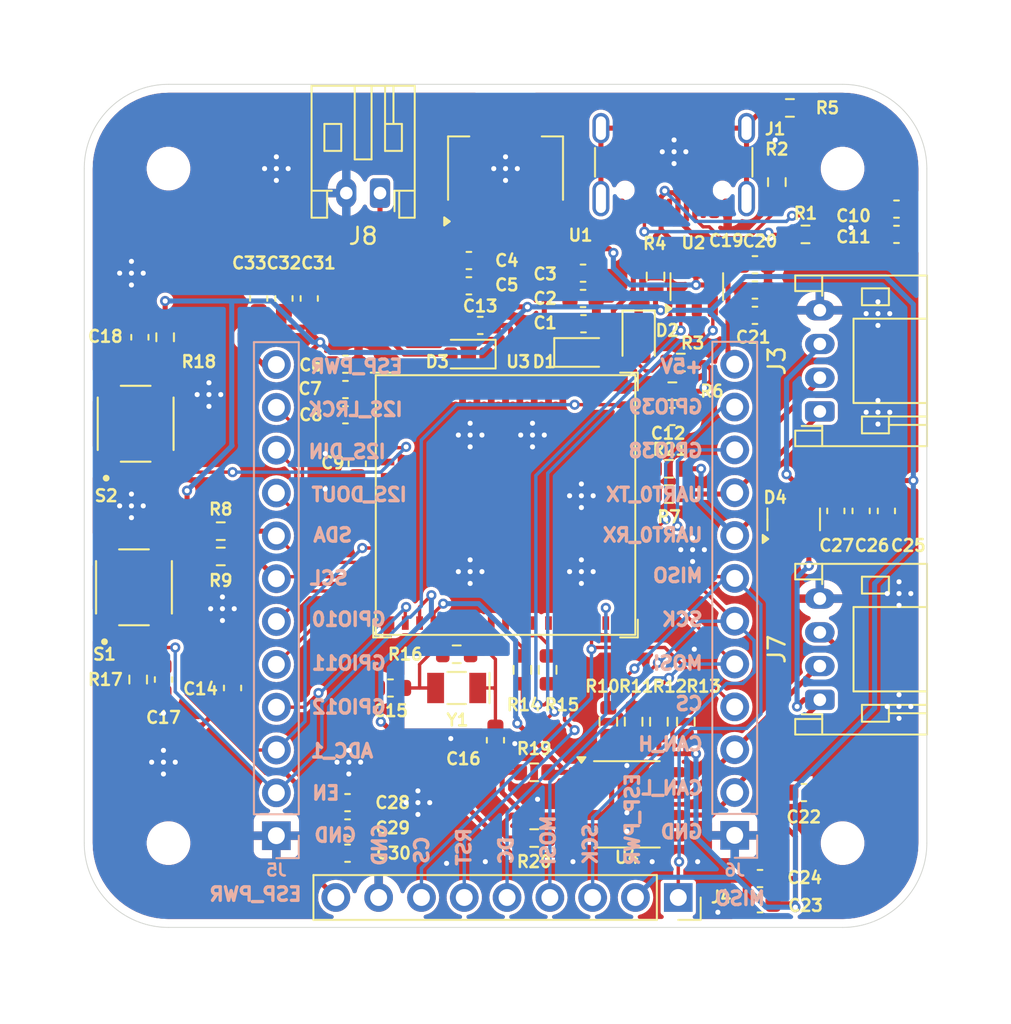
<source format=kicad_pcb>
(kicad_pcb (version 20240108) (generator "pcbnew") (generator_version "8.0")
  (layers (0 "F.Cu" signal) (31 "B.Cu" signal) (34 "B.Paste" user) (35 "F.Paste" user) (36 "B.SilkS" user "B.Silkscreen") (37 "F.SilkS" user "F.Silkscreen") (38 "B.Mask" user) (39 "F.Mask" user) (44 "Edge.Cuts" user))
  (net 0 "")
  (net 1 "GND")
  (net 2 "Net-(D1-A)")
  (net 3 "MISO")
  (net 4 "SCL")
  (net 5 "UART0_RX")
  (net 6 "UART0_TX")
  (net 7 "SCK")
  (net 8 "USB_DN")
  (net 9 "SDA")
  (net 10 "GPIO12")
  (net 11 "I2S_DIN")
  (net 12 "USB_DP")
  (net 13 "CS")
  (net 14 "MOSI")
  (net 15 "ADC_1")
  (net 16 "I2S_LRCK")
  (net 17 "I2S_DOUT")
  (net 18 "Net-(J1-CC1)")
  (net 21 "Net-(J1-CC2)")
  (net 22 "RST_LCD")
  (net 23 "DC")
  (net 24 "GPIO39")
  (net 25 "GPIO38")
  (net 26 "GPIO0")
  (net 27 "Net-(D2-A)")
  (net 28 "CAN_L")
  (net 29 "CAN_H")
  (net 30 "CAN_R")
  (net 31 "CAN_D")
  (net 32 "ESP_PWR")
  (net 33 "Net-(U3-TXD0)")
  (net 34 "EN")
  (net 35 "+5V")
  (net 36 "Net-(U3-USB_D-)")
  (net 37 "Net-(U3-USB_D+)")
  (net 38 "Net-(U3-RXD0)")
  (net 46 "X_TAL_P")
  (net 52 "X_TAL_N")
  (net 55 "Net-(D3-A)")
  (net 56 "GPIO10")
  (net 57 "GPIO11")
  (net 58 "Net-(J1-SHIELD)")
  (net 60 "USB_DN_2")
  (net 61 "USB_DP_2")
  (footprint "Capacitor_SMD:C_0603_1608Metric" (layer "F.Cu") (at 147.6 125.3 -90)
    (property "Reference" "C25")
    (property "Value" "2.2uF")
  )
  (footprint "Resistor_SMD:R_0603_1608Metric" (layer "F.Cu") (at 127.5 134.725 -90)
    (property "Reference" "R15")
    (property "Value" "0")
  )
  (footprint "Capacitor_SMD:C_0603_1608Metric" (layer "F.Cu") (at 144.6 125.3 -90)
    (property "Reference" "C27")
    (property "Value" "1nF")
  )
  (footprint "Resistor_SMD:R_0603_1608Metric" (layer "F.Cu") (at 134.1 137.8 -90)
    (property "Reference" "R12")
    (property "Value" "10K")
  )
  (footprint "Connector_JST:JST_PH_S4B-PH-K_1x04_P2.00mm_Horizontal" (layer "F.Cu") (at 143.65 136.5 90)
    (property "Reference" "J7")
    (property "Value" "Conn_01x04_Pin")
  )
  (footprint "Capacitor_SMD:C_0603_1608Metric" (layer "F.Cu") (at 104.7 135.3 -90)
    (property "Reference" "C17")
    (property "Value" "0.1uF")
  )
  (footprint "Capacitor_SMD:C_0603_1608Metric" (layer "F.Cu") (at 129.6 111.2)
    (property "Reference" "C3")
    (property "Value" "0.1uF")
  )
  (footprint "Capacitor_SMD:C_0603_1608Metric" (layer "F.Cu") (at 115.625 142.6)
    (property "Reference" "C28")
    (property "Value" "2.2uF")
  )
  (footprint "Capacitor_SMD:C_0603_1608Metric" (layer "F.Cu") (at 115.625 145.6)
    (property "Reference" "C30")
    (property "Value" "1nF")
  )
  (footprint "Capacitor_SMD:C_0603_1608Metric" (layer "F.Cu") (at 129.625 114.2)
    (property "Reference" "C1")
    (property "Value" "10uf")
  )
  (footprint "Diode_SMD:D_SOD-323" (layer "F.Cu") (at 122.8 116 180)
    (property "Reference" "D3")
    (property "Value" "1N5819WS")
  )
  (footprint "Capacitor_SMD:C_0603_1608Metric" (layer "F.Cu") (at 139.8 113.7)
    (property "Reference" "C21")
    (property "Value" "1nF")
  )
  (footprint "Capacitor_SMD:C_0603_1608Metric" (layer "F.Cu") (at 111.85 112.7 90)
    (property "Reference" "C32")
    (property "Value" "100nF")
  )
  (footprint "Resistor_SMD:R_0603_1608Metric" (layer "F.Cu") (at 131.1 137.8 -90)
    (property "Reference" "R10")
    (property "Value" "10K")
  )
  (footprint "Connector_JST:JST_PH_S4B-PH-K_1x04_P2.00mm_Horizontal" (layer "F.Cu") (at 143.65 119.4 90)
    (property "Reference" "J3")
    (property "Value" "Conn_01x04_Pin")
  )
  (footprint "Resistor_SMD:R_0603_1608Metric" (layer "F.Cu") (at 141.875 101.4)
    (property "Reference" "R5")
    (property "Value" "1M")
  )
  (footprint "Capacitor_SMD:C_0603_1608Metric" (layer "F.Cu") (at 139.8 110.7)
    (property "Reference" "C19")
    (property "Value" "2.2uF")
  )
  (footprint "Resistor_SMD:R_0603_1608Metric" (layer "F.Cu") (at 134.7 122.8)
    (property "Reference" "R21")
    (property "Value" "0")
  )
  (footprint "Resistor_SMD:R_0603_1608Metric" (layer "F.Cu") (at 104.8 115 -90)
    (property "Reference" "R18")
    (property "Value" "10K")
  )
  (footprint "Resistor_SMD:R_0603_1608Metric" (layer "F.Cu") (at 103.2 135.3 90)
    (property "Reference" "R17")
    (property "Value" "10K")
  )
  (footprint "Capacitor_SMD:C_0603_1608Metric" (layer "F.Cu") (at 148.2 107.4)
    (property "Reference" "C10")
    (property "Value" "10uf")
  )
  (footprint "LED_SMD:LED_0805_2012Metric" (layer "F.Cu") (at 132.9 115.1 -90)
    (property "Reference" "D2")
    (property "Value" "LED RED")
  )
  (footprint "User_imports:SW_TL3315NF100Q" (layer "F.Cu") (at 102.95 129.83 90)
    (property "Reference" "S1")
    (property "Value" "TL3315NF100Q")
  )
  (footprint "Resistor_SMD:R_0603_1608Metric" (layer "F.Cu") (at 126.7 140.8 180)
    (property "Reference" "R19")
    (property "Value" "4K7")
  )
  (footprint "MountingHole:MountingHole_2.1mm" (layer "F.Cu") (at 105 105)
    (property "Reference" "REF**" (hide yes))
    (property "Value" "MountingHole_2.1mm")
  )
  (footprint "Diode_SMD:D_SOD-323" (layer "F.Cu") (at 129.5 115.9)
    (property "Reference" "D1")
    (property "Value" "1N5819WS")
  )
  (footprint "Crystal:Crystal_SMD_G8-2Pin_3.2x1.5mm" (layer "F.Cu") (at 122.1 135.8 180)
    (property "Reference" "Y1")
    (property "Value" "32.768 kHz")
  )
  (footprint "Capacitor_SMD:C_0603_1608Metric" (layer "F.Cu") (at 118.175 135.8)
    (property "Reference" "C15")
    (property "Value" "15pF")
  )
  (footprint "Resistor_SMD:R_0603_1608Metric" (layer "F.Cu") (at 134.7 124.3)
    (property "Reference" "R7")
    (property "Value" "499")
  )
  (footprint "Capacitor_SMD:C_0603_1608Metric" (layer "F.Cu") (at 110.35 112.7 90)
    (property "Reference" "C33")
    (property "Value" "1nF")
  )
  (footprint "Resistor_SMD:R_0603_1608Metric" (layer "F.Cu") (at 135.7 137.8 -90)
    (property "Reference" "R13")
    (property "Value" "10K")
  )
  (footprint "Capacitor_SMD:C_0603_1608Metric" (layer "F.Cu") (at 113.35 112.7 90)
    (property "Reference" "C31")
    (property "Value" "2.2uF")
  )
  (footprint "MountingHole:MountingHole_2.1mm" (layer "F.Cu") (at 105 145)
    (property "Reference" "REF**" (hide yes))
    (property "Value" "MountingHole_2.1mm")
  )
  (footprint "Capacitor_SMD:C_0603_1608Metric" (layer "F.Cu") (at 140.1 147.1 180)
    (property "Reference" "C24")
    (property "Value" "1nF")
  )
  (footprint "Capacitor_SMD:C_0603_1608Metric" (layer "F.Cu") (at 108.8 135.8 90)
    (property "Reference" "C14")
    (property "Value" "0.1uF")
  )
  (footprint "Capacitor_SMD:C_0603_1608Metric" (layer "F.Cu") (at 115.5 116.6)
    (property "Reference" "C6")
    (property "Value" "22uF")
  )
  (footprint "Capacitor_SMD:C_0603_1608Metric" (layer "F.Cu") (at 146.1 125.3 -90)
    (property "Reference" "C26")
    (property "Value" "100nF")
  )
  (footprint "Capacitor_SMD:C_0603_1608Metric" (layer "F.Cu") (at 115.5 119.6)
    (property "Reference" "C8")
    (property "Value" "1nF")
  )
  (footprint "Resistor_SMD:R_0603_1608Metric" (layer "F.Cu") (at 135.4 116.5 180)
    (property "Reference" "R3")
    (property "Value" "75")
  )
  (footprint "User_imports:SW_TL3315NF100Q" (layer "F.Cu") (at 103.05 120.13 90)
    (property "Reference" "S2")
    (property "Value" "TL3315NF100Q")
  )
  (footprint "Resistor_SMD:R_0603_1608Metric" (layer "F.Cu") (at 134.9 118.2 180)
    (property "Reference" "R6")
    (property "Value" "10K")
  )
  (footprint "Capacitor_SMD:C_0603_1608Metric" (layer "F.Cu") (at 116.2 122.5 -90)
    (property "Reference" "C9")
    (property "Value" "100pF")
  )
  (footprint "Capacitor_SMD:C_0603_1608Metric" (layer "F.Cu") (at 123.5 114.3 180)
    (property "Reference" "C13")
    (property "Value" "22uF")
  )
  (footprint "Connector_PinSocket_2.54mm:PinSocket_1x09_P2.54mm_Vertical" (layer "F.Cu") (at 135.25 148.225 -90)
    (property "Reference" "J4")
    (property "Value" "Conn_01x09_Socket")
  )
  (footprint "Capacitor_SMD:C_0603_1608Metric" (layer "F.Cu") (at 142.7 142)
    (property "Reference" "C22")
    (property "Value" "2.2uF")
  )
  (footprint "Capacitor_SMD:C_0603_1608Metric" (layer "F.Cu") (at 139.8 112.2)
    (property "Reference" "C20")
    (property "Value" "100nF")
  )
  (footprint "Resistor_SMD:R_0603_1608Metric" (layer "F.Cu") (at 126.7 144.7)
    (property "Reference" "R20")
    (property "Value" "4K7")
  )
  (footprint "Connector_JST:JST_PH_S2B-PH-K_1x02_P2.00mm_Horizontal" (layer "F.Cu") (at 117.55 106.45 180)
    (property "Reference" "J8")
    (property "Value" "Conn_01x02_Pin")
  )
  (footprint "Connector_USB:USB_C_Receptacle_GCT_USB4105-xx-A_16P_TopMnt_Horizontal" (layer "F.Cu") (at 134.98 103.675 180)
    (property "Reference" "J1")
    (property "Value" "USB_C_Receptacle_USB2.0_16P")
  )
  (footprint "Resistor_SMD:R_0603_1608Metric" (layer "F.Cu") (at 132.6 137.8 -90)
    (property "Reference" "R11")
    (property "Value" "10K")
  )
  (footprint "PCM_Espressif:ESP32-S3-MINI-1U" (layer "F.Cu") (at 125 124.95)
    (property "Reference" "U3")
    (property "Value" "ESP32-S3-MINI-1U")
  )
  (footprint "Package_TO_SOT_SMD:SOT-23-6" (layer "F.Cu") (at 136.35 112 90)
    (property "Reference" "U2")
    (property "Value" "USBLC6-2SC6")
  )
  (footprint "Capacitor_SMD:C_0603_1608Metric" (layer "F.Cu") (at 122.825 110.45 180)
    (property "Reference" "C4")
    (property "Value" "0.1uF")
  )
  (footprint "Resistor_SMD:R_0603_1608Metric" (layer "F.Cu") (at 126 134.725 -90)
    (property "Reference" "R14")
    (property "Value" "0")
  )
  (footprint "Capacitor_SMD:C_0603_1608Metric" (layer "F.Cu") (at 103.3 115 90)
    (property "Reference" "C18")
    (property "Value" "0.1uF")
  )
  (footprint "Capacitor_SMD:C_0603_1608Metric" (layer "F.Cu") (at 122.825 111.95 180)
    (property "Reference" "C5")
    (property "Value" "10uF")
  )
  (footprint "Package_TO_SOT_SMD:SOT-223" (layer "F.Cu") (at 125 105 90)
    (property "Reference" "U1")
    (property "Value" "AZ1117-3.3")
  )
  (footprint "Capacitor_SMD:C_0603_1608Metric" (layer "F.Cu") (at 134.9 119.7)
    (property "Reference" "C12")
    (property "Value" "1uF")
  )
  (footprint "Resistor_SMD:R_0603_1608Metric" (layer "F.Cu") (at 122.1 133.8 180)
    (property "Reference" "R16")
    (property "Value" "?")
  )
  (footprint "Capacitor_SMD:C_0603_1608Metric" (layer "F.Cu") (at 115.5 118.1)
    (property "Reference" "C7")
    (property "Value" "100nF")
  )
  (footprint "Resistor_SMD:R_0603_1608Metric" (layer "F.Cu") (at 108.1 126.5 180)
    (property "Reference" "R8")
    (property "Value" "2K2")
  )
  (footprint "Capacitor_SMD:C_0603_1608Metric" (layer "F.Cu") (at 129.6 112.7)
    (property "Reference" "C2")
    (property "Value" "10uF")
  )
  (footprint "Resistor_SMD:R_0603_1608Metric" (layer "F.Cu") (at 142.8 108.9 180)
    (property "Reference" "R1")
    (property "Value" "5.1K")
  )
  (footprint "Capacitor_SMD:C_0603_1608Metric" (layer "F.Cu") (at 140.1 148.6 180)
    (property "Reference" "C23")
    (property "Value" "100nF")
  )
  (footprint "Package_TO_SOT_SMD:SOT-23" (layer "F.Cu") (at 142.1 125.8 90)
    (property "Reference" "D4")
    (property "Value" "PESD1CAN")
  )
  (footprint "MountingHole:MountingHole_2.1mm" (layer "F.Cu") (at 145 145)
    (property "Reference" "REF**" (hide yes))
    (property "Value" "MountingHole_2.1mm")
  )
  (footprint "Package_SO:SOIC-8_3.9x4.9mm_P1.27mm" (layer "F.Cu") (at 132.2 142.7)
    (property "Reference" "U4")
    (property "Value" "SN65HVD232")
  )
  (footprint "Resistor_SMD:R_0603_1608Metric" (layer "F.Cu") (at 141.1 105.8 90)
    (property "Reference" "R2")
    (property "Value" "5.1K")
  )
  (footprint "Capacitor_SMD:C_0603_1608Metric" (layer "F.Cu") (at 148.2 108.9)
    (property "Reference" "C11")
    (property "Value" "10uf")
  )
  (footprint "MountingHole:MountingHole_2.1mm" (layer "F.Cu") (at 145 105)
    (property "Reference" "REF**" (hide yes))
    (property "Value" "MountingHole_2.1mm")
  )
  (footprint "Resistor_SMD:R_0603_1608Metric" (layer "F.Cu") (at 133.9 111.4 -90)
    (property "Reference" "R4")
    (property "Value" "10K")
  )
  (footprint "Resistor_SMD:R_0603_1608Metric" (layer "F.Cu") (at 108.1 128 180)
    (property "Reference" "R9")
    (property "Value" "2K2")
  )
  (footprint "Capacitor_SMD:C_0603_1608Metric" (layer "F.Cu") (at 124.4 138.9 90)
    (property "Reference" "C16")
    (property "Value" "15pF")
  )
  (footprint "Capacitor_SMD:C_0603_1608Metric" (layer "F.Cu") (at 115.625 144.1)
    (property "Reference" "C29")
    (property "Value" "100nF")
  )
  (footprint "Connector_PinSocket_2.54mm:PinSocket_1x12_P2.54mm_Vertical" (layer "B.Cu") (at 138.6 144.54)
    (property "Reference" "J6")
    (property "Value" "Conn_01x12_Socket")
  )
  (footprint "Connector_PinSocket_2.54mm:PinSocket_1x12_P2.54mm_Vertical" (layer "B.Cu") (at 111.4 144.56)
    (property "Reference" "J5")
    (property "Value" "Conn_01x12_Socket")
  )
  (gr_arc (start 105 150) (mid 101.464466 148.535534) (end 100 145) (stroke (width 0.05)) (layer "Edge.Cuts"))
  (gr_line (start 100 105) (end 100 145) (stroke (width 0.05)) (layer "Edge.Cuts"))
  (gr_line (start 105 150) (end 145 150) (stroke (width 0.05)) (layer "Edge.Cuts"))
  (gr_line (start 150 105) (end 150 145) (stroke (width 0.05)) (layer "Edge.Cuts"))
  (gr_arc (start 100 105) (mid 101.464466 101.464466) (end 105 100) (stroke (width 0.05)) (layer "Edge.Cuts"))
  (gr_arc (start 150 145) (mid 148.535534 148.535534) (end 145 150) (stroke (width 0.05)) (layer "Edge.Cuts"))
  (gr_arc (start 145 100) (mid 148.535534 101.464466) (end 150 105) (stroke (width 0.05)) (layer "Edge.Cuts"))
  (gr_line (start 105 100) (end 145 100) (stroke (width 0.05)) (layer "Edge.Cuts"))
  (gr_text "MOSI\n" (at 128 143.25 90) (layer "B.SilkS") (effects (font (size 0.8 0.8) (thickness 0.2)) (justify left bottom mirror)))
  (gr_text "MISO" (at 136.8 129.6 0) (layer "B.SilkS") (effects (font (size 0.8 0.8) (thickness 0.2)) (justify left bottom mirror)))
  (gr_text "ESP_PWR\n" (at 133 140.75 90) (layer "B.SilkS") (effects (font (size 0.8 0.8) (thickness 0.2)) (justify left bottom mirror)))
  (gr_text "SDA" (at 116 127.2 0) (layer "B.SilkS") (effects (font (size 0.8 0.8) (thickness 0.2)) (justify left bottom mirror)))
  (gr_text "RST" (at 123 144 90) (layer "B.SilkS") (effects (font (size 0.8 0.8) (thickness 0.2)) (justify left bottom mirror)))
  (gr_text "GPIO12" (at 118 137.4 0) (layer "B.SilkS") (effects (font (size 0.8 0.8) (thickness 0.2)) (justify left bottom mirror)))
  (gr_text "SCK\n" (at 136.8 132.2 0) (layer "B.SilkS") (effects (font (size 0.8 0.8) (thickness 0.2)) (justify left bottom mirror)))
  (gr_text "I2S_DOUT" (at 119.25 124.8 0) (layer "B.SilkS") (effects (font (size 0.8 0.8) (thickness 0.2)) (justify left bottom mirror)))
  (gr_text "ADC_1\n" (at 117.25 140 0) (layer "B.SilkS") (effects (font (size 0.8 0.8) (thickness 0.2)) (justify left bottom mirror)))
  (gr_text "ESP_PWR" (at 119 117.2 0) (layer "B.SilkS") (effects (font (size 0.8 0.8) (thickness 0.2)) (justify left bottom mirror)))
  (gr_text "GPIO11" (at 118 134.8 0) (layer "B.SilkS") (effects (font (size 0.8 0.8) (thickness 0.2)) (justify left bottom mirror)))
  (gr_text "GND\n" (at 116.25 145 0) (layer "B.SilkS") (effects (font (size 0.8 0.8) (thickness 0.2)) (justify left bottom mirror)))
  (gr_text "GPIO38" (at 136.8 122.2 0) (layer "B.SilkS") (effects (font (size 0.8 0.8) (thickness 0.2)) (justify left bottom mirror)))
  (gr_text "CAN_L\n" (at 136.8 142.2 0) (layer "B.SilkS") (effects (font (size 0.8 0.8) (thickness 0.2)) (justify left bottom mirror)))
  (gr_text "SCL\n" (at 115.75 129.75 0) (layer "B.SilkS") (effects (font (size 0.8 0.8) (thickness 0.2)) (justify left bottom mirror)))
  (gr_text "I2S_DIN\n" (at 118 122.25 0) (layer "B.SilkS") (effects (font (size 0.8 0.8) (thickness 0.2)) (justify left bottom mirror)))
  (gr_text "GPIO10" (at 118 132.2 0) (layer "B.SilkS") (effects (font (size 0.8 0.8) (thickness 0.2)) (justify left bottom mirror)))
  (gr_text "I2S_LRCK\n" (at 119 119.75 0) (layer "B.SilkS") (effects (font (size 0.8 0.8) (thickness 0.2)) (justify left bottom mirror)))
  (gr_text "ESP_PWR\n" (at 113 148.5 0) (layer "B.SilkS") (effects (font (size 0.8 0.8) (thickness 0.2)) (justify left bottom mirror)))
  (gr_text "GPIO39\n" (at 136.8 119.6 0) (layer "B.SilkS") (effects (font (size 0.8 0.8) (thickness 0.2)) (justify left bottom mirror)))
  (gr_text "CS" (at 120.5 144.5 90) (layer "B.SilkS") (effects (font (size 0.8 0.8) (thickness 0.2)) (justify left bottom mirror)))
  (gr_text "MISO\n" (at 140.5 148.75 0) (layer "B.SilkS") (effects (font (size 0.8 0.8) (thickness 0.2)) (justify left bottom mirror)))
  (gr_text "MOSI\n" (at 136.8 134.8 0) (layer "B.SilkS") (effects (font (size 0.8 0.8) (thickness 0.2)) (justify left bottom mirror)))
  (gr_text "UART0_RX\n" (at 136.8 127.2 0) (layer "B.SilkS") (effects (font (size 0.8 0.8) (thickness 0.2)) (justify left bottom mirror)))
  (gr_text "GND\n" (at 118 143.75 90) (layer "B.SilkS") (effects (font (size 0.8 0.8) (thickness 0.2)) (justify left bottom mirror)))
  (gr_text "SCK\n" (at 130.5 143.75 90) (layer "B.SilkS") (effects (font (size 0.8 0.8) (thickness 0.2)) (justify left bottom mirror)))
  (gr_text "+5V\n" (at 136.8 117.2 0) (layer "B.SilkS") (effects (font (size 0.8 0.8) (thickness 0.2)) (justify left bottom mirror)))
  (gr_text "UART0_TX" (at 136.8 124.8 0) (layer "B.SilkS") (effects (font (size 0.8 0.8) (thickness 0.2)) (justify left bottom mirror)))
  (gr_text "EN\n" (at 115.25 142.5 0) (layer "B.SilkS") (effects (font (size 0.8 0.8) (thickness 0.2)) (justify left bottom mirror)))
  (gr_text "DC" (at 125.5 144.5 90) (layer "B.SilkS") (effects (font (size 0.8 0.8) (thickness 0.2)) (justify left bottom mirror)))
  (gr_text "CS" (at 136.8 137.2 0) (layer "B.SilkS") (effects (font (size 0.8 0.8) (thickness 0.2)) (justify left bottom mirror)))
  (gr_text "CAN_H\n" (at 136.8 139.6 0) (layer "B.SilkS") (effects (font (size 0.8 0.8) (thickness 0.2)) (justify left bottom mirror)))
  (gr_text "GND\n" (at 136.8 144.8 0) (layer "B.SilkS") (effects (font (size 0.8 0.8) (thickness 0.2)) (justify left bottom mirror)))
  (via (at 104.7 140.2) (size 0.6) (drill 0.3) (layers "F.Cu" "B.Cu") (net 1))
  (via (at 108.1 118.4) (size 0.6) (drill 0.3) (layers "F.Cu" "B.Cu") (net 1))
  (via (at 129.5 123.7) (size 0.6) (drill 0.3) (layers "F.Cu" "B.Cu") (net 1))
  (via (at 126.6 121.5) (size 0.6) (drill 0.3) (layers "F.Cu" "B.Cu") (net 1))
  (via (at 107.5 131.1) (size 0.6) (drill 0.3) (layers "F.Cu" "B.Cu") (net 1))
  (via (at 129.5 128.9) (size 0.6) (drill 0.3) (layers "F.Cu" "B.Cu") (net 1))
  (via (at 125 105.7) (size 0.6) (drill 0.3) (layers "F.Cu" "B.Cu") (net 1))
  (via (at 136.1 128.3) (size 0.6) (drill 0.3) (layers "F.Cu" "B.Cu") (net 1))
  (via (at 132.2 144.3) (size 0.6) (drill 0.3) (layers "F.Cu" "B.Cu") (net 1))
  (via (at 110.7 105) (size 0.6) (drill 0.3) (layers "F.Cu" "B.Cu") (net 1))
  (via (at 137.6 149.1) (size 0.6) (drill 0.3) (layers "F.Cu" "B.Cu") (net 1))
  (via (at 136.4 146.1) (size 0.6) (drill 0.3) (layers "F.Cu" "B.Cu") (net 1))
  (via (at 147.1 113.6) (size 0.6) (drill 0.3) (layers "F.Cu" "B.Cu") (net 1))
  (via (at 135 103.3) (size 0.6) (drill 0.3) (layers "F.Cu" "B.Cu") (net 1))
  (via (at 129.5 128.2) (size 0.6) (drill 0.3) (layers "F.Cu" "B.Cu") (net 1))
  (via (at 125 104.3) (size 0.6) (drill 0.3) (layers "F.Cu" "B.Cu") (net 1))
  (via (at 115 140.2) (size 0.6) (drill 0.3) (layers "F.Cu" "B.Cu") (net 1))
  (via (at 119.8 143.3) (size 0.6) (drill 0.3) (layers "F.Cu" "B.Cu") (net 1))
  (via (at 146.4 113.6) (size 0.6) (drill 0.3) (layers "F.Cu" "B.Cu") (net 1))
  (via (at 115.7 139.5) (size 0.6) (drill 0.3) (layers "F.Cu" "B.Cu") (net 1))
  (via (at 122.2 128.9) (size 0.6) (drill 0.3) (layers "F.Cu" "B.Cu") (net 1))
  (via (at 107.4 119.1) (size 0.6) (drill 0.3) (layers "F.Cu" "B.Cu") (net 1))
  (via (at 107.4 117.7) (size 0.6) (drill 0.3) (layers "F.Cu" "B.Cu") (net 1))
  (via (at 108.2 131.1) (size 0.6) (drill 0.3) (layers "F.Cu" "B.Cu") (net 1))
  (via (at 115.7 140.9) (size 0.6) (drill 0.3) (layers "F.Cu" "B.Cu") (net 1))
  (via (at 102.1 111.2) (size 0.6) (drill 0.3) (layers "F.Cu" "B.Cu") (net 1))
  (via (at 132.2 140.4) (size 0.6) (drill 0.3) (layers "F.Cu" "B.Cu") (net 1))
  (via (at 126.6 120.1) (size 0.6) (drill 0.3) (layers "F.Cu" "B.Cu") (net 1))
  (via (at 119.1 142.6) (size 0.6) (drill 0.3) (layers "F.Cu" "B.Cu") (net 1))
  (via (at 147.1 120.15) (size 0.6) (drill 0.3) (layers "F.Cu" "B.Cu") (net 1))
  (via (at 141 103.3) (size 0.6) (drill 0.3) (layers "F.Cu" "B.Cu") (net 1))
  (via (at 122.9 128.9) (size 0.6) (drill 0.3) (layers "F.Cu" "B.Cu") (net 1))
  (via (at 149.05 136.9) (size 0.6) (drill 0.3) (layers "F.Cu" "B.Cu") (net 1))
  (via (at 111.4 105) (size 0.6) (drill 0.3) (layers "F.Cu" "B.Cu") (net 1))
  (via (at 147.1 112.9) (size 0.6) (drill 0.3) (layers "F.Cu" "B.Cu") (net 1))
  (via (at 114.3 121.9) (size 0.6) (drill 0.3) (layers "F.Cu" "B.Cu") (net 1))
  (via (at 149.05 130.2) (size 0.6) (drill 0.3) (layers "F.Cu" "B.Cu") (net 1))
  (via (at 120.5 142.6) (size 0.6) (drill 0.3) (layers "F.Cu" "B.Cu") (net 1))
  (via (at 134.3 104) (size 0.6) (drill 0.3) (layers "F.Cu" "B.Cu") (net 1))
  (via (at 148.35 129.5) (size 0.6) (drill 0.3) (layers "F.Cu" "B.Cu") (net 1))
  (via (at 104 140.2) (size 0.6) (drill 0.3) (layers "F.Cu" "B.Cu") (net 1))
  (via (at 135.4 127.6) (size 0.6) (drill 0.3) (layers "F.Cu" "B.Cu") (net 1))
  (via (at 102.8 111.9) (size 0.6) (drill 0.3) (layers "F.Cu" "B.Cu") (net 1))
  (via (at 106.7 118.4) (size 0.6) (drill 0.3) (layers "F.Cu" "B.Cu") (net 1))
  (via (at 148.35 130.2) (size 0.6) (drill 0.3) (layers "F.Cu" "B.Cu") (net 1))
  (via (at 122.2 120.8) (size 0.6) (drill 0.3) (layers "F.Cu" "B.Cu") (net 1))
  (via (at 108.2 130.4) (size 0.6) (drill 0.3) (layers "F.Cu" "B.Cu") (net 1))
  (via (at 103.5 111.2) (size 0.6) (drill 0.3) (layers "F.Cu" "B.Cu") (net 1))
  (via (at 111.4 105.7) (size 0.6) (drill 0.3) (layers "F.Cu" "B.Cu") (net 1))
  (via (at 133.7 146.1) (size 0.6) (drill 0.3) (layers "F.Cu" "B.Cu") (net 1))
  (via (at 104.7 140.9) (size 0.6) (drill 0.3) (layers "F.Cu" "B.Cu") (net 1))
  (via (at 125.7 105) (size 0.6) (drill 0.3) (layers "F.Cu" "B.Cu") (net 1))
  (via (at 125.55 139.1) (size 0.6) (drill 0.3) (layers "F.Cu" "B.Cu") (net 1))
  (via (at 145.5 108.5) (size 0.6) (drill 0.3) (layers "F.Cu" "B.Cu") (net 1))
  (via (at 136.2 133.5) (size 0.6) (drill 0.3) (layers "F.Cu" "B.Cu") (net 1))
  (via (at 114.3 124) (size 0.6) (drill 0.3) (layers "F.Cu" "B.Cu") (net 1))
  (via (at 119.8 141.9) (size 0.6) (drill 0.3) (layers "F.Cu" "B.Cu") (net 1))
  (via (at 102.8 125.7) (size 0.6) (drill 0.3) (layers "F.Cu" "B.Cu") (net 1))
  (via (at 147.1 118.75) (size 0.6) (drill 0.3) (layers "F.Cu" "B.Cu") (net 1))
  (via (at 108.9 131.1) (size 0.6) (drill 0.3) (layers "F.Cu" "B.Cu") (net 1))
  (via (at 122.9 128.2) (size 0.6) (drill 0.3) (layers "F.Cu" "B.Cu") (net 1))
  (via (at 136.1 126.9) (size 0.6) (drill 0.3) (layers "F.Cu" "B.Cu") (net 1))
  (via (at 104.7 139.5) (size 0.6) (drill 0.3) (layers "F.Cu" "B.Cu") (net 1))
  (via (at 122.9 120.8) (size 0.6) (drill 0.3) (layers "F.Cu" "B.Cu") (net 1))
  (via (at 102.1 125) (size 0.6) (drill 0.3) (layers "F.Cu" "B.Cu") (net 1))
  (via (at 122.9 129.6) (size 0.6) (drill 0.3) (layers "F.Cu" "B.Cu") (net 1))
  (via (at 135 104.7) (size 0.6) (drill 0.3) (layers "F.Cu" "B.Cu") (net 1))
  (via (at 147.1 119.45) (size 0.6) (drill 0.3) (layers "F.Cu" "B.Cu") (net 1))
  (via (at 135 104) (size 0.6) (drill 0.3) (layers "F.Cu" "B.Cu") (net 1))
  (via (at 111.4 104.3) (size 0.6) (drill 0.3) (layers "F.Cu" "B.Cu") (net 1))
  (via (at 129.5 129.6) (size 0.6) (drill 0.3) (layers "F.Cu" "B.Cu") (net 1))
  (via (at 129 146.1) (size 0.6) (drill 0.3) (layers "F.Cu" "B.Cu") (net 1))
  (via (at 126.6 120.8) (size 0.6) (drill 0.3) (layers "F.Cu" "B.Cu") (net 1))
  (via (at 130.2 128.9) (size 0.6) (drill 0.3) (layers "F.Cu" "B.Cu") (net 1))
  (via (at 102.8 111.2) (size 0.6) (drill 0.3) (layers "F.Cu" "B.Cu") (net 1))
  (via (at 132.2 143.2) (size 0.6) (drill 0.3) (layers "F.Cu" "B.Cu") (net 1))
  (via (at 121.5 146.2) (size 0.6) (drill 0.3) (layers "F.Cu" "B.Cu") (net 1))
  (via (at 136.8 127.6) (size 0.6) (drill 0.3) (layers "F.Cu" "B.Cu") (net 1))
  (via (at 102.8 110.5) (size 0.6) (drill 0.3) (layers "F.Cu" "B.Cu") (net 1))
  (via (at 148.35 136.2) (size 0.6) (drill 0.3) (layers "F.Cu" "B.Cu") (net 1))
  (via (at 116.4 140.2) (size 0.6) (drill 0.3) (layers "F.Cu" "B.Cu") (net 1))
  (via (at 147.1 114.3) (size 0.6) (drill 0.3) (layers "F.Cu" "B.Cu") (net 1))
  (via (at 123.6 120.8) (size 0.6) (drill 0.3) (layers "F.Cu" "B.Cu") (net 1))
  (via (at 124.3 105) (size 0.6) (drill 0.3) (layers "F.Cu" "B.Cu") (net 1))
  (via (at 123.8 146.1) (size 0.6) (drill 0.3) (layers "F.Cu" "B.Cu") (net 1))
  (via (at 112.1 105) (size 0.6) (drill 0.3) (layers "F.Cu" "B.Cu") (net 1))
  (via (at 119.8 142.6) (size 0.6) (drill 0.3) (layers "F.Cu" "B.Cu") (net 1))
  (via (at 105.4 140.2) (size 0.6) (drill 0.3) (layers "F.Cu" "B.Cu") (net 1))
  (via (at 108.2 131.8) (size 0.6) (drill 0.3) (layers "F.Cu" "B.Cu") (net 1))
  (via (at 125.9 120.8) (size 0.6) (drill 0.3) (layers "F.Cu" "B.Cu") (net 1))
  (via (at 103.5 125) (size 0.6) (drill 0.3) (layers "F.Cu" "B.Cu") (net 1))
  (via (at 128.8 128.9) (size 0.6) (drill 0.3) (layers "F.Cu" "B.Cu") (net 1))
  (via (at 102.8 124.3) (size 0.6) (drill 0.3) (layers "F.Cu" "B.Cu") (net 1))
  (via (at 123.6 128.9) (size 0.6) (drill 0.3) (layers "F.Cu" "B.Cu") (net 1))
  (via (at 147.8 119.45) (size 0.6) (drill 0.3) (layers "F.Cu" "B.Cu") (net 1))
  (via (at 122.9 120.1) (size 0.6) (drill 0.3) (layers "F.Cu" "B.Cu") (net 1))
  (via (at 129.5 125.1) (size 0.6) (drill 0.3) (layers "F.Cu" "B.Cu") (net 1))
  (via (at 130.2 124.4) (size 0.6) (drill 0.3) (layers "F.Cu" "B.Cu") (net 1))
  (via (at 148.35 130.9) (size 0.6) (drill 0.3) (layers "F.Cu" "B.Cu") (net 1))
  (via (at 128.8 124.4) (size 0.6) (drill 0.3) (layers "F.Cu" "B.Cu") (net 1))
  (via (at 126.9 142.4) (size 0.6) (drill 0.3) (layers "F.Cu" "B.Cu") (net 1))
  (via (at 148.35 136.9) (size 0.6) (drill 0.3) (layers "F.Cu" "B.Cu") (net 1))
  (via (at 122.9 121.5) (size 0.6) (drill 0.3) (layers "F.Cu" "B.Cu") (net 1))
  (via (at 125 105) (size 0.6) (drill 0.3) (layers "F.Cu" "B.Cu") (net 1))
  (via (at 147.65 130.2) (size 0.6) (drill 0.3) (layers "F.Cu" "B.Cu") (net 1))
  (via (at 136.1 127.6) (size 0.6) (drill 0.3) (layers "F.Cu" "B.Cu") (net 1))
  (via (at 147.8 113.6) (size 0.6) (drill 0.3) (layers "F.Cu" "B.Cu") (net 1))
  (via (at 146.4 119.45) (size 0.6) (drill 0.3) (layers "F.Cu" "B.Cu") (net 1))
  (via (at 121.75 138.8) (size 0.6) (drill 0.3) (layers "F.Cu" "B.Cu") (net 1))
  (via (at 135.7 104) (size 0.6) (drill 0.3) (layers "F.Cu" "B.Cu") (net 1))
  (via (at 148.35 137.6) (size 0.6) (drill 0.3) (layers "F.Cu" "B.Cu") (net 1))
  (via (at 147.65 136.9) (size 0.6) (drill 0.3) (layers "F.Cu" "B.Cu") (net 1))
  (via (at 102.8 125) (size 0.6) (drill 0.3) (layers "F.Cu" "B.Cu") (net 1))
  (via (at 115.7 140.2) (size 0.6) (drill 0.3) (layers "F.Cu" "B.Cu") (net 1))
  (via (at 104.7 137.3) (size 0.6) (drill 0.3) (layers "F.Cu" "B.Cu") (net 1))
  (via (at 107.4 118.4) (size 0.6) (drill 0.3) (layers "F.Cu" "B.Cu") (net 1))
  (via (at 127.3 120.8) (size 0.6) (drill 0.3) (layers "F.Cu" "B.Cu") (net 1))
  (via (at 129.5 124.4) (size 0.6) (drill 0.3) (layers "F.Cu" "B.Cu") (net 1))
  (segment (start 131.4 113.4) (end 131.4 115.6) (width 0.3) (layer "F.Cu") (net 2))
  (segment (start 132.815 106.185) (end 133.6 105.4) (width 0.3) (layer "F.Cu") (net 2))
  (segment (start 137.145 106.580305) (end 137.38 106.815305) (width 0.3) (layer "F.Cu") (net 2))
  (segment (start 132.58 106.815305) (end 132.815 106.580305) (width 0.3) (layer "F.Cu") (net 2))
  (segment (start 131.4 115.6) (end 131.1 115.9) (width 0.3) (layer "F.Cu") (net 2))
  (segment (start 132.815 106.580305) (end 132.815 106.185) (width 0.3) (layer "F.Cu") (net 2))
  (segment (start 131.1 115.9) (end 130.55 115.9) (width 0.3) (layer "F.Cu") (net 2))
  (segment (start 132.58 107.355) (end 132.58 112.22) (width 0.3) (layer "F.Cu") (net 2))
  (segment (start 132.58 107.355) (end 132.58 106.815305) (width 0.3) (layer "F.Cu") (net 2))
  (segment (start 136.4 105.4) (end 137.145 106.145) (width 0.3) (layer "F.Cu") (net 2))
  (segment (start 133.6 105.4) (end 136.4 105.4) (width 0.3) (layer "F.Cu") (net 2))
  (segment (start 137.145 106.145) (end 137.145 106.580305) (width 0.3) (layer "F.Cu") (net 2))
  (segment (start 132.58 112.22) (end 131.4 113.4) (width 0.3) (layer "F.Cu") (net 2))
  (segment (start 137.38 106.815305) (end 137.38 107.355) (width 0.3) (layer "F.Cu") (net 2))
  (segment (start 132 129.2) (end 138.5 129.2) (width 0.2) (layer "F.Cu") (net 3))
  (segment (start 135.25 148.225) (end 135.25 146.15) (width 0.2) (layer "F.Cu") (net 3))
  (segment (start 131.1 136.2) (end 131.1 136.975) (width 0.2) (layer "F.Cu") (net 3))
  (segment (start 138.5 129.2) (end 138.6 129.3) (width 0.2) (layer "F.Cu") (net 3))
  (segment (start 132.65 134.65) (end 131.1 136.2) (width 0.2) (layer "F.Cu") (net 3))
  (segment (start 135.25 146.15) (end 135.3 146.1) (width 0.2) (layer "F.Cu") (net 3))
  (via (at 135.3 146.1) (size 0.6) (drill 0.3) (layers "F.Cu" "B.Cu") (net 3))
  (via (at 132.65 134.65) (size 0.6) (drill 0.3) (layers "F.Cu" "B.Cu") (net 3))
  (segment (start 139.3 138.2) (end 140.15 137.35) (width 0.2) (layer "B.Cu") (net 3))
  (segment (start 140.15 130.85) (end 138.6 129.3) (width 0.2) (layer "B.Cu") (net 3))
  (segment (start 138 129.3) (end 138.6 129.3) (width 0.2) (layer "B.Cu") (net 3))
  (segment (start 135.3 138.91934) (end 136.01934 138.2) (width 0.2) (layer "B.Cu") (net 3))
  (segment (start 140.15 137.35) (end 140.15 130.85) (width 0.2) (layer "B.Cu") (net 3))
  (segment (start 136.01934 138.2) (end 139.3 138.2) (width 0.2) (layer "B.Cu") (net 3))
  (segment (start 132.65 134.65) (end 138 129.3) (width 0.2) (layer "B.Cu") (net 3))
  (segment (start 135.3 146.1) (end 135.3 138.91934) (width 0.2) (layer "B.Cu") (net 3))
  (segment (start 108.925 128) (end 110.08 128) (width 0.3) (layer "F.Cu") (net 4))
  (segment (start 118 129.2) (end 111.52 129.2) (width 0.2) (layer "F.Cu") (net 4))
  (segment (start 110.08 128) (end 111.4 129.32) (width 0.3) (layer "F.Cu") (net 4))
  (segment (start 111.52 129.2) (end 111.4 129.32) (width 0.2) (layer "F.Cu") (net 4))
  (segment (start 140.35 124.65) (end 140.35 122.85) (width 0.3) (layer "F.Cu") (net 5))
  (segment (start 140.35 122.85) (end 143.8 119.4) (width 0.3) (layer "F.Cu") (net 5))
  (segment (start 138.6 126.76) (end 139.58 125.78) (width 0.3) (layer "F.Cu") (net 5))
  (segment (start 139.58 125.42) (end 140.35 124.65) (width 0.3) (layer "F.Cu") (net 5))
  (segment (start 135.525 122.8) (end 136.6 122.8) (width 0.3) (layer "F.Cu") (net 5))
  (segment (start 139.58 125.78) (end 139.58 125.42) (width 0.3) (layer "F.Cu") (net 5))
  (via (at 136.6 122.8) (size 0.6) (drill 0.3) (layers "F.Cu" "B.Cu") (net 5))
  (segment (start 136.6 124.76) (end 138.6 126.76) (width 0.3) (layer "B.Cu") (net 5))
  (segment (start 136.6 122.8) (end 136.6 124.76) (width 0.3) (layer "B.Cu") (net 5))
  (segment (start 138.6 124.22) (end 139.8 123.02) (width 0.3) (layer "F.Cu") (net 6))
  (segment (start 139.8 123.02) (end 139.8 121.4) (width 0.3) (layer "F.Cu") (net 6))
  (segment (start 135.525 124.3) (end 138.52 124.3) (width 0.3) (layer "F.Cu") (net 6))
  (segment (start 138.52 124.3) (end 138.6 124.22) (width 0.3) (layer "F.Cu") (net 6))
  (segment (start 139.8 121.4) (end 143.8 117.4) (width 0.3) (layer "F.Cu") (net 6))
  (segment (start 134.045679 134.302464) (end 132.6 135.748143) (width 0.2) (layer "F.Cu") (net 7))
  (segment (start 136.81 130.05) (end 138.6 131.84) (width 0.2) (layer "F.Cu") (net 7))
  (segment (start 132.6 135.748143) (end 132.6 136.975) (width 0.2) (layer "F.Cu") (net 7))
  (segment (start 132 130.05) (end 136.81 130.05) (width 0.2) (layer "F.Cu") (net 7))
  (via (at 134.045679 134.302464) (size 0.6) (drill 0.3) (layers "F.Cu" "B.Cu") (net 7))
  (segment (start 130.17 143.483654) (end 138.123654 135.53) (width 0.2) (layer "B.Cu") (net 7))
  (segment (start 138.123654 135.53) (end 139.076346 135.53) (width 0.2) (layer "B.Cu") (net 7))
  (segment (start 139.75 134.856346) (end 139.75 132.99) (width 0.2) (layer "B.Cu") (net 7))
  (segment (start 139.076346 135.53) (end 139.75 134.856346) (width 0.2) (layer "B.Cu") (net 7))
  (segment (start 134.097536 134.302464) (end 136.56 131.84) (width 0.2) (layer "B.Cu") (net 7))
  (segment (start 130.17 148.225) (end 130.17 143.483654) (width 0.2) (layer "B.Cu") (net 7))
  (segment (start 136.56 131.84) (end 138.6 131.84) (width 0.2) (layer "B.Cu") (net 7))
  (segment (start 139.75 132.99) (end 138.6 131.84) (width 0.2) (layer "B.Cu") (net 7))
  (segment (start 134.045679 134.302464) (end 134.097536 134.302464) (width 0.2) (layer "B.Cu") (net 7))
  (segment (start 146.2 108.9) (end 145.3 109.8) (width 0.2) (layer "F.Cu") (net 8))
  (segment (start 135.48312 108.28) (end 135.73 108.03312) (width 0.3) (layer "F.Cu") (net 8))
  (segment (start 135.48312 108.28) (end 136.10312 108.9) (width 0.3) (layer "F.Cu") (net 8))
  (segment (start 147.425 108.9) (end 146.2 108.9) (width 0.2) (layer "F.Cu") (net 8))
  (segment (start 136.10312 108.9) (end 136.9 108.9) (width 0.3) (layer "F.Cu") (net 8))
  (segment (start 137.3 109.3) (end 137.3 109.8) (width 0.3) (layer "F.Cu") (net 8))
  (segment (start 137.3 109.8) (end 137.3 110.8625) (width 0.3) (layer "F.Cu") (net 8))
  (segment (start 145.3 109.8) (end 137.3 109.8) (width 0.2) (layer "F.Cu") (net 8))
  (segment (start 134.73 107.355) (end 134.73 108.03312) (width 0.3) (layer "F.Cu") (net 8))
  (segment (start 136.9 108.9) (end 137.3 109.3) (width 0.3) (layer "F.Cu") (net 8))
  (segment (start 135.73 108.03312) (end 135.73 107.355) (width 0.3) (layer "F.Cu") (net 8))
  (segment (start 134.97688 108.28) (end 135.48312 108.28) (width 0.3) (layer "F.Cu") (net 8))
  (segment (start 134.73 108.03312) (end 134.97688 108.28) (width 0.3) (layer "F.Cu") (net 8))
  (segment (start 111.12 126.5) (end 111.4 126.78) (width 0.3) (layer "F.Cu") (net 9))
  (segment (start 118 128.35) (end 112.97 128.35) (width 0.2) (layer "F.Cu") (net 9))
  (segment (start 112.97 128.35) (end 111.4 126.78) (width 0.2) (layer "F.Cu") (net 9))
  (segment (start 108.925 126.5) (end 111.12 126.5) (width 0.3) (layer "F.Cu") (net 9))
  (segment (start 113.9 136.1) (end 113.06 136.94) (width 0.2) (layer "F.Cu") (net 10))
  (segment (start 113.06 136.94) (end 111.4 136.94) (width 0.2) (layer "F.Cu") (net 10))
  (segment (start 119.05 131.95) (end 119.05 131.05) (width 0.2) (layer "F.Cu") (net 10))
  (segment (start 119.05 131.05) (end 119.1 131) (width 0.2) (layer "F.Cu") (net 10))
  (via (at 119.1 131) (size 0.6) (drill 0.3) (layers "F.Cu" "B.Cu") (net 10))
  (via (at 113.9 136.1) (size 0.6) (drill 0.3) (layers "F.Cu" "B.Cu") (net 10))
  (segment (start 114 136.1) (end 113.9 136.1) (width 0.2) (layer "B.Cu") (net 10))
  (segment (start 119.1 131) (end 114 136.1) (width 0.2) (layer "B.Cu") (net 10))
  (segment (start 112.55 124.824314) (end 112.55 122.85) (width 0.2) (layer "F.Cu") (net 11))
  (segment (start 113.525686 125.8) (end 112.55 124.824314) (width 0.2) (layer "F.Cu") (net 11))
  (segment (start 118 125.8) (end 113.525686 125.8) (width 0.2) (layer "F.Cu") (net 11))
  (segment (start 112.55 122.85) (end 111.4 121.7) (width 0.2) (layer "F.Cu") (net 11))
  (segment (start 134.27 108.67) (end 135.4 109.8) (width 0.3) (layer "F.Cu") (net 12))
  (segment (start 134.98312 106.43) (end 135.23 106.67688) (width 0.3) (layer "F.Cu") (net 12))
  (segment (start 134.23 107.355) (end 134.23 108.67) (width 0.3) (layer "F.Cu") (net 12))
  (segment (start 146.2 107.4) (end 145.8 107.8) (width 0.2) (layer "F.Cu") (net 12))
  (segment (start 134.47688 106.43) (end 134.98312 106.43) (width 0.3) (layer "F.Cu") (net 12))
  (segment (start 134.23 108.67) (end 134.27 108.67) (width 0.3) (layer "F.Cu") (net 12))
  (segment (start 135.23 106.67688) (end 135.23 107.355) (width 0.3) (layer "F.Cu") (net 12))
  (segment (start 134.47688 106.43) (end 134.47688 106.348021) (width 0.3) (layer "F.Cu") (net 12))
  (segment (start 134.23 106.67688) (end 134.47688 106.43) (width 0.3) (layer "F.Cu") (net 12))
  (segment (start 145.8 107.8) (end 142 107.8) (width 0.2) (layer "F.Cu") (net 12))
  (segment (start 135.4 109.8) (end 135.4 110.8625) (width 0.3) (layer "F.Cu") (net 12))
  (segment (start 147.425 107.4) (end 146.2 107.4) (width 0.2) (layer "F.Cu") (net 12))
  (segment (start 147.425 107.4) (end 147.225 107.6) (width 0.2) (layer "F.Cu") (net 12))
  (segment (start 133.9 110.575) (end 133.9 109) (width 0.3) (layer "F.Cu") (net 12))
  (segment (start 134.23 107.355) (end 134.23 106.67688) (width 0.3) (layer "F.Cu") (net 12))
  (segment (start 134.47688 106.348021) (end 134.446457 106.317598) (width 0.3) (layer "F.Cu") (net 12))
  (segment (start 133.9 109) (end 134.23 108.67) (width 0.3) (layer "F.Cu") (net 12))
  (via (at 142 107.8) (size 0.6) (drill 0.3) (layers "F.Cu" "B.Cu") (net 12))
  (via (at 134.446457 106.317598) (size 0.6) (drill 0.3) (layers "F.Cu" "B.Cu") (net 12))
  (segment (start 136.258859 108.13) (end 141.67 108.13) (width 0.2) (layer "B.Cu") (net 12))
  (segment (start 141.67 108.13) (end 142 107.8) (width 0.2) (layer "B.Cu") (net 12))
  (segment (start 134.446457 106.317598) (end 136.258859 108.13) (width 0.2) (layer "B.Cu") (net 12))
  (segment (start 135.85 135.75) (end 137.43 135.75) (width 0.2) (layer "F.Cu") (net 13))
  (segment (start 135.7 134.651471) (end 134.448529 133.4) (width 0.2) (layer "F.Cu") (net 13))
  (segment (start 135.7 135.6) (end 135.85 135.75) (width 0.2) (layer "F.Cu") (net 13))
  (segment (start 135.7 135.6) (end 135.7 136.975) (width 0.2) (layer "F.Cu") (net 13))
  (segment (start 130.1 133.5) (end 130.1 131.95) (width 0.2) (layer "F.Cu") (net 13))
  (segment (start 135.7 135.6) (end 135.7 134.651471) (width 0.2) (layer "F.Cu") (net 13))
  (segment (start 130.2 133.4) (end 130.1 133.5) (width 0.2) (layer "F.Cu") (net 13))
  (segment (start 137.43 135.75) (end 138.6 136.92) (width 0.2) (layer "F.Cu") (net 13))
  (segment (start 134.448529 133.4) (end 130.2 133.4) (width 0.2) (layer "F.Cu") (net 13))
  (via (at 130.1 133.5) (size 0.6) (drill 0.3) (layers "F.Cu" "B.Cu") (net 13))
  (segment (start 120.01 146.49) (end 120.01 148.225) (width 0.2) (layer "B.Cu") (net 13))
  (segment (start 130.1 136.4) (end 120.01 146.49) (width 0.2) (layer "B.Cu") (net 13))
  (segment (start 130.1 133.5) (end 130.1 136.4) (width 0.2) (layer "B.Cu") (net 13))
  (segment (start 134.7 135.2) (end 134.1 135.8) (width 0.2) (layer "F.Cu") (net 14))
  (segment (start 132 130.9) (end 135.12 130.9) (width 0.2) (layer "F.Cu") (net 14))
  (segment (start 135.12 130.9) (end 138.6 134.38) (width 0.2) (layer "F.Cu") (net 14))
  (segment (start 134.1 135.8) (end 134.1 136.975) (width 0.2) (layer "F.Cu") (net 14))
  (via (at 134.7 135.2) (size 0.6) (drill 0.3) (layers "F.Cu" "B.Cu") (net 14))
  (segment (start 127.63 141.37) (end 127.63 148.225) (width 0.2) (layer "B.Cu") (net 14))
  (segment (start 133.8 135.2) (end 127.63 141.37) (width 0.2) (layer "B.Cu") (net 14))
  (segment (start 135.52 134.38) (end 138.6 134.38) (width 0.2) (layer "B.Cu") (net 14))
  (segment (start 134.7 135.2) (end 135.52 134.38) (width 0.2) (layer "B.Cu") (net 14))
  (segment (start 134.7 135.2) (end 133.8 135.2) (width 0.2) (layer "B.Cu") (net 14))
  (segment (start 110.08 139.48) (end 108.8 138.2) (width 0.2) (layer "F.Cu") (net 15))
  (segment (start 108.8 138.2) (end 108.8 136.575) (width 0.2) (layer "F.Cu") (net 15))
  (segment (start 111.4 139.48) (end 110.08 139.48) (width 0.2) (layer "F.Cu") (net 15))
  (segment (start 118 127.5) (end 116.5 127.5) (width 0.2) (layer "F.Cu") (net 15))
  (via (at 116.5 127.5) (size 0.6) (drill 0.3) (layers "F.Cu" "B.Cu") (net 15))
  (segment (start 116.5 127.5) (end 113.1 130.9) (width 0.2) (layer "B.Cu") (net 15))
  (segment (start 113.1 130.9) (end 113.1 137.78) (width 0.2) (layer "B.Cu") (net 15))
  (segment (start 113.1 137.78) (end 111.4 139.48) (width 0.2) (layer "B.Cu") (net 15))
  (segment (start 112.95 120.71) (end 111.4 119.16) (width 0.2) (layer "F.Cu") (net 16))
  (segment (start 112.95 124.55) (end 112.95 120.71) (width 0.2) (layer "F.Cu") (net 16))
  (segment (start 118 124.95) (end 113.35 124.95) (width 0.2) (layer "F.Cu") (net 16))
  (segment (start 113.35 124.95) (end 112.95 124.55) (width 0.2) (layer "F.Cu") (net 16))
  (segment (start 118 126.65) (end 113.81 126.65) (width 0.2) (layer "F.Cu") (net 17))
  (segment (start 113.81 126.65) (end 111.4 124.24) (width 0.2) (layer "F.Cu") (net 17))
  (segment (start 139.451471 109.1) (end 141.1 107.451471) (width 0.2) (layer "F.Cu") (net 18))
  (segment (start 136.23 107.96241) (end 136.71759 108.45) (width 0.2) (layer "F.Cu") (net 18))
  (segment (start 136.71759 108.45) (end 137.086396 108.45) (width 0.2) (layer "F.Cu") (net 18))
  (segment (start 136.23 107.355) (end 136.23 107.96241) (width 0.2) (layer "F.Cu") (net 18))
  (segment (start 137.736396 109.1) (end 139.451471 109.1) (width 0.2) (layer "F.Cu") (net 18))
  (segment (start 141.1 107.451471) (end 141.1 106.625) (width 0.2) (layer "F.Cu") (net 18))
  (segment (start 137.086396 108.45) (end 137.736396 109.1) (width 0.2) (layer "F.Cu") (net 18))
  (segment (start 133.23 107.96241) (end 133.23 107.355) (width 0.2) (layer "F.Cu") (net 21))
  (segment (start 140.7 108.9) (end 141.975 108.9) (width 0.2) (layer "F.Cu") (net 21))
  (segment (start 133.24038 108.74038) (end 133.24038 107.97279) (width 0.2) (layer "F.Cu") (net 21))
  (segment (start 133.24038 107.97279) (end 133.23 107.96241) (width 0.2) (layer "F.Cu") (net 21))
  (segment (start 140.6 108.8) (end 140.7 108.9) (width 0.2) (layer "F.Cu") (net 21))
  (via (at 133.24038 108.74038) (size 0.6) (drill 0.3) (layers "F.Cu" "B.Cu") (net 21))
  (via (at 140.6 108.8) (size 0.6) (drill 0.3) (layers "F.Cu" "B.Cu") (net 21))
  (segment (start 140.54038 108.74038) (end 140.6 108.8) (width 0.2) (layer "B.Cu") (net 21))
  (segment (start 133.24038 108.74038) (end 140.54038 108.74038) (width 0.2) (layer "B.Cu") (net 21))
  (segment (start 128.4 133.2) (end 128.4 131.95) (width 0.2) (layer "F.Cu") (net 22))
  (segment (start 128.5 133.3) (end 128.4 133.2) (width 0.2) (layer "F.Cu") (net 22))
  (segment (start 128.5 137.7) (end 128.5 133.3) (width 0.2) (layer "F.Cu") (net 22))
  (segment (start 129.1 138.3) (end 128.5 137.7) (width 0.2) (layer "F.Cu") (net 22))
  (via (at 129.1 138.3) (size 0.6) (drill 0.3) (layers "F.Cu" "B.Cu") (net 22))
  (segment (start 129.1 138.3) (end 129.1 138.2) (width 0.2) (layer "B.Cu") (net 22))
  (segment (start 122.55 148.225) (end 122.55 144.85) (width 0.2) (layer "B.Cu") (net 22))
  (segment (start 122.55 144.85) (end 129.1 138.3) (width 0.2) (layer "B.Cu") (net 22))
  (segment (start 130.95 131.95) (end 130.95 131.05) (width 0.2) (layer "F.Cu") (net 23))
  (via (at 130.95 131.05) (size 0.6) (drill 0.3) (layers "F.Cu" "B.Cu") (net 23))
  (segment (start 130.95 131.05) (end 130.95 137.35) (width 0.2) (layer "B.Cu") (net 23))
  (segment (start 130.95 137.35) (end 125.09 143.21) (width 0.2) (layer "B.Cu") (net 23))
  (segment (start 125.09 143.21) (end 125.09 148.225) (width 0.2) (layer "B.Cu") (net 23))
  (segment (start 132.8 127.5) (end 134.5 125.8) (width 0.2) (layer "F.Cu") (net 24))
  (segment (start 132 127.5) (end 132.8 127.5) (width 0.2) (layer "F.Cu") (net 24))
  (via (at 134.5 125.8) (size 0.6) (drill 0.3) (layers "F.Cu" "B.Cu") (net 24))
  (segment (start 137.86 119.14) (end 138.6 119.14) (width 0.2) (layer "B.Cu") (net 24))
  (segment (start 134.5 122.5) (end 137.86 119.14) (width 0.2) (layer "B.Cu") (net 24))
  (segment (start 134.5 125.8) (end 134.5 122.5) (width 0.2) (layer "B.Cu") (net 24))
  (segment (start 132 128.35) (end 133.05 128.35) (width 0.2) (layer "F.Cu") (net 25))
  (segment (start 133.05 128.35) (end 135.2 126.2) (width 0.2) (layer "F.Cu") (net 25))
  (via (at 135.2 126.2) (size 0.6) (drill 0.3) (layers "F.Cu" "B.Cu") (net 25))
  (segment (start 135.885686 121.68) (end 138.6 121.68) (width 0.2) (layer "B.Cu") (net 25))
  (segment (start 135.2 122.365686) (end 135.885686 121.68) (width 0.2) (layer "B.Cu") (net 25))
  (segment (start 135.2 126.2) (end 135.2 122.365686) (width 0.2) (layer "B.Cu") (net 25))
  (segment (start 104.8 117.9) (end 104.8 122.36) (width 0.2) (layer "F.Cu") (net 26))
  (segment (start 103.3 116.6) (end 103.5 116.8) (width 0.2) (layer "F.Cu") (net 26))
  (segment (start 103.5 116.8) (end 104.8 116.8) (width 0.2) (layer "F.Cu") (net 26))
  (segment (start 105.44 123) (end 108.8 123) (width 0.2) (layer "F.Cu") (net 26))
  (segment (start 119.05 121.55) (end 119.1 121.5) (width 0.2) (layer "F.Cu") (net 26))
  (segment (start 104.8 117.9) (end 104.8 116.8) (width 0.2) (layer "F.Cu") (net 26))
  (segment (start 104.8 122.36) (end 105.44 123) (width 0.2) (layer "F.Cu") (net 26))
  (segment (start 118 121.55) (end 119.05 121.55) (width 0.2) (layer "F.Cu") (net 26))
  (segment (start 104.8 116.8) (end 104.8 115.825) (width 0.2) (layer "F.Cu") (net 26))
  (segment (start 103.3 115.775) (end 103.3 116.6) (width 0.2) (layer "F.Cu") (net 26))
  (via (at 119.1 121.5) (size 0.6) (drill 0.3) (layers "F.Cu" "B.Cu") (net 26))
  (via (at 108.8 123) (size 0.6) (drill 0.3) (layers "F.Cu" "B.Cu") (net 26))
  (segment (start 117.6 123) (end 119.1 121.5) (width 0.2) (layer "B.Cu") (net 26))
  (segment (start 108.8 123) (end 117.6 123) (width 0.2) (layer "B.Cu") (net 26))
  (segment (start 134.2 116.5) (end 134.575 116.5) (width 0.2) (layer "F.Cu") (net 27))
  (segment (start 133.7 117) (end 134.2 116.5) (width 0.2) (layer "F.Cu") (net 27))
  (segment (start 132.9 116.0375) (end 132.9 116.6) (width 0.2) (layer "F.Cu") (net 27))
  (segment (start 133.3 117) (end 133.7 117) (width 0.2) (layer "F.Cu") (net 27))
  (segment (start 132.9 116.6) (end 133.3 117) (width 0.2) (layer "F.Cu") (net 27))
  (segment (start 138.6 141.7) (end 138.6 142) (width 0.3) (layer "F.Cu") (net 28))
  (segment (start 143.8 136.5) (end 142.7 136.5) (width 0.3) (layer "F.Cu") (net 28))
  (segment (start 142.7 136.5) (end 142.3 136.9) (width 0.3) (layer "F.Cu") (net 28))
  (segment (start 143 128.55) (end 143 126.7875) (width 0.3) (layer "F.Cu") (net 28))
  (segment (start 137.265 143.335) (end 138.6 142) (width 0.3) (layer "F.Cu") (net 28))
  (segment (start 134.675 143.335) (end 137.265 143.335) (width 0.3) (layer "F.Cu") (net 28))
  (segment (start 143 126.7875) (end 143.05 126.7375) (width 0.3) (layer "F.Cu") (net 28))
  (segment (start 143.8 136.5) (end 138.6 141.7) (width 0.3) (layer "F.Cu") (net 28))
  (via (at 142.3 136.9) (size 0.6) (drill 0.3) (layers "F.Cu" "B.Cu") (net 28))
  (via (at 143 128.55) (size 0.6) (drill 0.3) (layers "F.Cu" "B.Cu") (net 28))
  (segment (start 143 128.55) (end 142.3 129.25) (width 0.3) (layer "B.Cu") (net 28))
  (segment (start 142.3 129.25) (end 142.3 136.9) (width 0.3) (layer "B.Cu") (net 28))
  (segment (start 143.56 134.5) (end 143.8 134.5) (width 0.3) (layer "F.Cu") (net 29))
  (segment (start 141.15 136.91) (end 141.15 126.7375) (width 0.3) (layer "F.Cu") (net 29))
  (segment (start 140.555 137.505) (end 143.56 134.5) (width 0.3) (layer "F.Cu") (net 29))
  (segment (start 135.995 142.065) (end 138.6 139.46) (width 0.3) (layer "F.Cu") (net 29))
  (segment (start 134.675 142.065) (end 135.995 142.065) (width 0.3) (layer "F.Cu") (net 29))
  (segment (start 138.6 139.46) (end 140.555 137.505) (width 0.3) (layer "F.Cu") (net 29))
  (segment (start 140.555 137.505) (end 141.15 136.91) (width 0.3) (layer "F.Cu") (net 29))
  (segment (start 128.3 144.7) (end 129.63 144.7) (width 0.3) (layer "F.Cu") (net 30))
  (segment (start 127.525 144.7) (end 128.3 144.7) (width 0.3) (layer "F.Cu") (net 30))
  (segment (start 127.9 145.7) (end 125.392893 145.7) (width 0.3) (layer "F.Cu") (net 30))
  (segment (start 124.3 144.45) (end 117.65 137.8) (width 0.3) (layer "F.Cu") (net 30))
  (segment (start 119.9 131) (end 120.6 130.3) (width 0.2) (layer "F.Cu") (net 30))
  (segment (start 129.63 144.7) (end 129.725 144.605) (width 0.3) (layer "F.Cu") (net 30))
  (segment (start 125.392893 145.7) (end 124.3 144.607107) (width 0.3) (layer "F.Cu") (net 30))
  (segment (start 128.3 145.3) (end 127.9 145.7) (width 0.3) (layer "F.Cu") (net 30))
  (segment (start 119.9 131.95) (end 119.9 131) (width 0.2) (layer "F.Cu") (net 30))
  (segment (start 124.3 144.607107) (end 124.3 144.45) (width 0.3) (layer "F.Cu") (net 30))
  (segment (start 128.3 144.7) (end 128.3 145.3) (width 0.3) (layer "F.Cu") (net 30))
  (segment (start 117.65 137.8) (end 117.6 137.8) (width 0.3) (layer "F.Cu") (net 30))
  (via (at 120.6 130.3) (size 0.6) (drill 0.3) (layers "F.Cu" "B.Cu") (net 30))
  (via (at 117.6 137.8) (size 0.6) (drill 0.3) (layers "F.Cu" "B.Cu") (net 30))
  (segment (start 117.6 134.4) (end 120.6 131.4) (width 0.3) (layer "B.Cu") (net 30))
  (segment (start 120.6 131.4) (end 120.6 130.3) (width 0.3) (layer "B.Cu") (net 30))
  (segment (start 117.6 137.8) (end 117.6 134.4) (width 0.3) (layer "B.Cu") (net 30))
  (segment (start 120.75 131.95) (end 120.75 131.35) (width 0.2) (layer "F.Cu") (net 31))
  (segment (start 129.72 140.8) (end 129.725 140.795) (width 0.3) (layer "F.Cu") (net 31))
  (segment (start 125.7 137.9) (end 128.3 140.5) (width 0.3) (layer "F.Cu") (net 31))
  (segment (start 127.525 140.8) (end 128.3 140.8) (width 0.3) (layer "F.Cu") (net 31))
  (segment (start 128.3 140.5) (end 128.3 140.8) (width 0.3) (layer "F.Cu") (net 31))
  (segment (start 128.3 140.8) (end 129.72 140.8) (width 0.3) (layer "F.Cu") (net 31))
  (segment (start 120.75 131.35) (end 121.3 130.8) (width 0.2) (layer "F.Cu") (net 31))
  (via (at 125.7 137.9) (size 0.6) (drill 0.3) (layers "F.Cu" "B.Cu") (net 31))
  (via (at 121.3 130.8) (size 0.6) (drill 0.3) (layers "F.Cu" "B.Cu") (net 31))
  (segment (start 123.4 130.8) (end 121.3 130.8) (width 0.3) (layer "B.Cu") (net 31))
  (segment (start 125.7 137.9) (end 125.7 137.619239) (width 0.3) (layer "B.Cu") (net 31))
  (segment (start 125.7 137.619239) (end 125.6 137.519239) (width 0.3) (layer "B.Cu") (net 31))
  (segment (start 125.6 133) (end 123.4 130.8) (width 0.3) (layer "B.Cu") (net 31))
  (segment (start 125.6 137.519239) (end 125.6 133) (width 0.3) (layer "B.Cu") (net 31))
  (segment (start 140.875 147.1) (end 142.2 147.1) (width 0.3) (layer "F.Cu") (net 32))
  (segment (start 113.6 119.4) (end 113.6 120.3) (width 0.3) (layer "F.Cu") (net 32))
  (segment (start 106.3 128) (end 106.1 127.8) (width 0.3) (layer "F.Cu") (net 32))
  (segment (start 114 120.7) (end 116.3 120.7) (width 0.3) (layer "F.Cu") (net 32))
  (segment (start 116.3 120.7) (end 118 120.7) (width 0.3) (layer "F.Cu") (net 32))
  (segment (start 134.1 139.7) (end 132.7 139.7) (width 0.3) (layer "F.Cu") (net 32))
  (segment (start 136.8 118) (end 136.6 118.2) (width 0.3) (layer "F.Cu") (net 32))
  (segment (start 142.2 147.1) (end 142.2 144.6) (width 0.3) (layer "F.Cu") (net 32))
  (segment (start 113.6 117.9) (end 113.8 118.1) (width 0.3) (layer "F.Cu") (net 32))
  (segment (start 146.3 123.5) (end 146.1 123.5) (width 0.3) (layer "F.Cu") (net 32))
  (segment (start 114.85 144.1) (end 113.6 144.1) (width 0.2) (layer "F.Cu") (net 32))
  (segment (start 131.3 139.7) (end 131.1 139.7) (width 0.3) (layer "F.Cu") (net 32))
  (segment (start 144.6 123.6) (end 144.5 123.5) (width 0.3) (layer "F.Cu") (net 32))
  (segment (start 133.9 113.1) (end 134.2 113.4) (width 0.3) (layer "F.Cu") (net 32))
  (segment (start 131.3 139.7) (end 131.3 142.734999) (width 0.3) (layer "F.Cu") (net 32))
  (segment (start 125.365 143.335) (end 124.9 143.8) (width 0.3) (layer "F.Cu") (net 32))
  (segment (start 125.7 113.2) (end 126.3 113.2) (width 0.3) (layer "F.Cu") (net 32))
  (segment (start 116.2 120.7) (end 116.2 121.725) (width 0.3) (layer "F.Cu") (net 32))
  (segment (start 124.8 141.1) (end 125.1 140.8) (width 0.3) (layer "F.Cu") (net 32))
  (segment (start 144.5 123.5) (end 143.9 123.5) (width 0.3) (layer "F.Cu") (net 32))
  (segment (start 110.783604 140.82) (end 111.92 140.82) (width 0.3) (layer "F.Cu") (net 32))
  (segment (start 145.7 136.95) (end 145.7 134.4) (width 0.3) (layer "F.Cu") (net 32))
  (segment (start 123.6 111.95) (end 124.95 111.95) (width 0.3) (layer "F.Cu") (net 32))
  (segment (start 113.5 144) (end 113.5 145.7) (width 0.3) (layer "F.Cu") (net 32))
  (segment (start 136.8 118) (end 137.2 117.6) (width 0.3) (layer "F.Cu") (net 32))
  (segment (start 125 110.4) (end 125 112) (width 0.3) (layer "F.Cu") (net 32))
  (segment (start 126.535 143.335) (end 125.365 143.335) (width 0.3) (layer "F.Cu") (net 32))
  (segment (start 106.1 136.136396) (end 107.481802 137.518198) (width 0.3) (layer "F.Cu") (net 32))
  (segment (start 107.481802 137.518198) (end 110.783604 140.82) (width 0.3) (layer "F.Cu") (net 32))
  (segment (start 140.875 148.6) (end 142 148.6) (width 0.3) (layer "F.Cu") (net 32))
  (segment (start 114.85 142.6) (end 113.5 142.6) (width 0.2) (layer "F.Cu") (net 32))
  (segment (start 144.4 138.25) (end 145.7 136.95) (width 0.3) (layer "F.Cu") (net 32))
  (segment (start 106.1 124.1) (end 106.1 126.1) (width 0.3) (layer "F.Cu") (net 32))
  (segment (start 141.675 123.125) (end 141.65 123.1) (width 0.3) (layer "F.Cu") (net 32))
  (segment (start 129.725 143.335) (end 126.535 143.335) (width 0.3) (layer "F.Cu") (net 32))
  (segment (start 133.9 112.225) (end 133.9 113.1) (width 0.3) (layer "F.Cu") (net 32))
  (segment (start 113.6 119.4) (end 113.8 119.6) (width 0.3) (layer "F.Cu") (net 32))
  (segment (start 125 112.5) (end 125.7 113.2) (width 0.3) (layer "F.Cu") (net 32))
  (segment (start 114 115.3) (end 113.3 114.6) (width 0.3) (layer "F.Cu") (net 32))
  (segment (start 106.1 127.8) (end 106.1 136.136396) (width 0.3) (layer "F.Cu") (net 32))
  (segment (start 140.8 140.7) (end 141.1 140.4) (width 0.3) (layer "F.Cu") (net 32))
  (segment (start 132.6 139.6) (end 132.6 138.625) (width 0.3) (layer "F.Cu") (net 32))
  (segment (start 124.9 144.5) (end 125.1 144.7) (width 0.3) (layer "F.Cu") (net 32))
  (segment (start 146.1 124.525) (end 146.1 123.5) (width 0.3) (layer "F.Cu") (net 32))
  (segment (start 113.6 144.1) (end 113.5 144) (width 0.2) (layer "F.Cu") (net 32))
  (segment (start 113.8 118.1) (end 114.725 118.1) (width 0.3) (layer "F.Cu") (net 32))
  (segment (start 124.8 142) (end 124.8 141.1) (width 0.3) (layer "F.Cu") (net 32))
  (segment (start 125 112) (end 125 112.5) (width 0.3) (layer "F.Cu") (net 32))
  (segment (start 147.6 123.5) (end 146.3 123.5) (width 0.3) (layer "F.Cu") (net 32))
  (segment (start 111.85 113.475) (end 111.85 114.4) (width 0.3) (layer "F.Cu") (net 32))
  (segment (start 142.05 123.5) (end 141.675 123.125) (width 0.3) (layer "F.Cu") (net 32))
  (segment (start 125.1 140.8) (end 125.875 140.8) (width 0.3) (layer "F.Cu") (net 32))
  (segment (start 141.925 142) (end 140.8 142) (width 0.3) (layer "F.Cu") (net 32))
  (segment (start 113.5 146.795) (end 114.93 148.225) (width 0.3) (layer "F.Cu") (net 32))
  (segment (start 125.1 144.7) (end 125.875 144.7) (width 0.3) (layer "F.Cu") (net 32))
  (segment (start 143.9 123.5) (end 142.05 123.5) (width 0.3) (layer "F.Cu") (net 32))
  (segment (start 123.6 110.45) (end 124.95 110.45) (width 0.3) (layer "F.Cu") (net 32))
  (segment (start 124.9 143.8) (end 124.9 144.5) (width 0.3) (layer "F.Cu") (net 32))
  (segment (start 113.6 117.9) (end 113.6 119.4) (width 0.3) (layer "F.Cu") (net 32))
  (segment (start 109.25 115.25) (end 110.62 116.62) (width 0.3) (layer "F.Cu") (net 32))
  (segment (start 145.7 134.4) (end 143.8 132.5) (width 0.3) (layer "F.Cu") (net 32))
  (segment (start 149.2 123.5) (end 147.6 123.5) (width 0.3) (layer "F.Cu") (net 32))
  (segment (start 106.5 126.5) (end 107.275 126.5) (width 0.3) (layer "F.Cu") (net 32))
  (segment (start 110.35 114.4) (end 110.35 113.475) (width 0.3) (layer "F.Cu") (net 32))
  (segment (start 132.7 139.7) (end 131.3 139.7) (width 0.3) (layer "F.Cu") (net 32))
  (segment (start 142 148.6) (end 142.2 148.8) (width 0.3) (layer "F.Cu") (net 32))
  (segment (start 113.35 114.35) (end 113.35 113.475) (width 0.3) (layer "F.Cu") (net 32))
  (segment (start 107 138) (end 103.8 138) (width 0.3) (layer "F.Cu") (net 32))
  (segment (start 135.7 139.7) (end 134.1 139.7) (width 0.3) (layer "F.Cu") (net 32))
  (segment (start 136.3 139.7) (end 135.7 139.7) (width 0.3) (layer "F.Cu") (net 32))
  (segment (start 106.1 127.8) (end 106.1 126.1) (width 0.3) (layer "F.Cu") (net 32))
  (segment (start 142.2 144.6) (end 140.8 143.2) (width 0.3) (layer "F.Cu") (net 32))
  (segment (start 143.2675 138.25) (end 144.4 138.25) (width 0.3) (layer "F.Cu") (net 32))
  (segment (start 132.7 139.7) (end 132.6 139.6) (width 0.3) (layer "F.Cu") (net 32))
  (segment (start 107.481802 137.518198) (end 107 138) (width 0.3) (layer "F.Cu") (net 32))
  (segment (start 135.7 139.7) (end 135.7 138.625) (width 0.3) (layer "F.Cu") (net 32))
  (segment (start 137.2 117.6) (end 137.2 116.9) (width 0.3) (layer "F.Cu") (net 32))
  (segment (start 114 116.6) (end 114.725 116.6) (width 0.3) (layer "F.Cu") (net 32))
  (segment (start 111.92 140.82) (end 113.5 142.4) (width 0.3) (layer "F.Cu") (net 32))
  (segment (start 124.95 111.95) (end 125 112) (width 0.3) (layer "F.Cu") (net 32))
  (segment (start 109.65 114.4) (end 109.25 114.8) (width 0.3) (layer "F.Cu") (net 32))
  (segment (start 110.62 116.62) (end 111.4 116.62) (width 0.3) (layer "F.Cu") (net 32))
  (segment (start 113.3 114.4) (end 113.35 114.35) (width 0.3) (layer "F.Cu") (net 32))
  (segment (start 131.1 139.7) (end 131.1 138.625) (width 0.3) (layer "F.Cu") (net 32))
  (segment (start 126.535 143.335) (end 126.135 143.335) (width 0.3) (layer "F.Cu") (net 32))
  (segment (start 113.5 142.6) (end 113.5 144) (width 0.3) (layer "F.Cu") (net 32))
  (segment (start 113.5 145.7) (end 113.5 146.795) (width 0.3) (layer "F.Cu") (net 32))
  (segment (start 113.6 116.2) (end 114 116.6) (width 0.3) (layer "F.Cu") (net 32))
  (segment (start 109.25 114.8) (end 109.25 115.25) (width 0.3) (layer "F.Cu") (net 32))
  (segment (start 136.8 116.5) (end 136.225 116.5) (width 0.3) (layer "F.Cu") (net 32))
  (segment (start 114.85 145.6) (end 113.6 145.6) (width 0.2) (layer "F.Cu") (net 32))
  (segment (start 147.6 124.525) (end 147.6 123.5) (width 0.3) (layer "F.Cu") (net 32))
  (segment (start 134.1 139.7) (end 134.1 138.625) (width 0.3) (layer "F.Cu") (net 32))
  (segment (start 103.8 138) (end 103.2 137.4) (width 0.3) (layer "F.Cu") (net 32))
  (segment (start 146.1 123.5) (end 144.5 123.5) (width 0.3) (layer "F.Cu") (net 32))
  (segment (start 113.6 116.2) (end 113.6 117.9) (width 0.3) (layer "F.Cu") (net 32))
  (segment (start 113.8 119.6) (end 114.725 119.6) (width 0.3) (layer "F.Cu") (net 32))
  (segment (start 144.6 124.525) (end 144.6 123.6) (width 0.3) (layer "F.Cu") (net 32))
  (segment (start 111.85 114.4) (end 110.35 114.4) (width 0.3) (layer "F.Cu") (net 32))
  (segment (start 113.6 145.6) (end 113.5 145.7) (width 0.2) (layer "F.Cu") (net 32))
  (segment (start 113.5 142.4) (end 113.5 142.6) (width 0.3) (layer "F.Cu") (net 32))
  (segment (start 103.2 137.4) (end 103.2 136.125) (width 0.3) (layer "F.Cu") (net 32))
  (segment (start 113.3 114.4) (end 111.85 114.4) (width 0.3) (layer "F.Cu") (net 32))
  (segment (start 140.8 142) (end 140.8 140.7) (width 0.3) (layer "F.Cu") (net 32))
  (segment (start 106.1 126.1) (end 106.5 126.5) (width 0.3) (layer "F.Cu") (net 32))
  (segment (start 137.2 116.9) (end 136.8 116.5) (width 0.3) (layer "F.Cu") (net 32))
  (segment (start 110.35 114.4) (end 109.65 114.4) (width 0.3) (layer "F.Cu") (net 32))
  (segment (start 140.8 143.2) (end 140.8 142) (width 0.3) (layer "F.Cu") (net 32))
  (segment (start 113.6 115.7) (end 113.6 116.2) (width 0.3) (layer "F.Cu") (net 32))
  (segment (start 107.275 128) (end 106.3 128) (width 0.3) (layer "F.Cu") (net 32))
  (segment (start 142.2 148.8) (end 142.2 147.1) (width 0.3) (layer "F.Cu") (net 32))
  (segment (start 125 108.15) (end 125 110.4) (width 0.3) (layer "F.Cu") (net 32))
  (segment (start 136.6 118.2) (end 135.725 118.2) (width 0.3) (layer "F.Cu") (net 32))
  (segment (start 124.95 110.45) (end 125 110.4) (width 0.3) (layer "F.Cu") (net 32))
  (segment (start 126.135 143.335) (end 124.8 142) (width 0.3) (layer "F.Cu") (net 32))
  (segment (start 141.1175 140.4) (end 143.2675 138.25) (width 0.3) (layer "F.Cu") (net 32))
  (segment (start 114 115.3) (end 113.6 115.7) (width 0.3) (layer "F.Cu") (net 32))
  (segment (start 104.8 112.85) (end 104.8 114.175) (width 0.3) (layer "F.Cu") (net 32))
  (segment (start 141.1 140.4) (end 141.1175 140.4) (width 0.3) (layer "F.Cu") (net 32))
  (segment (start 130.699999 143.335) (end 129.725 143.335) (width 0.3) (layer "F.Cu") (net 32))
  (segment (start 113.6 120.3) (end 114 120.7) (width 0.3) (layer "F.Cu") (net 32))
  (segment (start 131.3 142.734999) (end 130.699999 143.335) (width 0.3) (layer "F.Cu") (net 32))
  (segment (start 113.3 114.6) (end 113.3 114.4) (width 0.3) (layer "F.Cu") (net 32))
  (via (at 126.3 113.2) (size 0.6) (drill 0.3) (layers "F.Cu" "B.Cu") (net 32))
  (via (at 141.675 123.125) (size 0.6) (drill 0.3) (layers "F.Cu" "B.Cu") (net 32))
  (via (at 104.8 112.85) (size 0.6) (drill 0.3) (layers "F.Cu" "B.Cu") (net 32))
  (via (at 136.8 118) (size 0.6) (drill 0.3) (layers "F.Cu" "B.Cu") (net 32))
  (via (at 142.2 148.8) (size 0.6) (drill 0.3) (layers "F.Cu" "B.Cu") (net 32))
  (via (at 114 115.3) (size 0.6) (drill 0.3) (layers "F.Cu" "B.Cu") (net 32))
  (via (at 106.1 124.1) (size 0.6) (drill 0.3) (layers "F.Cu" "B.Cu") (net 32))
  (via (at 134.2 113.4) (size 0.6) (drill 0.3) (layers "F.Cu" "B.Cu") (net 32))
  (via (at 136.3 139.7) (size 0.6) (drill 0.3) (layers "F.Cu" "B.Cu") (net 32))
  (via (at 149.2 123.5) (size 0.6) (drill 0.3) (layers "F.Cu" "B.Cu") (net 32))
  (segment (start 142.2 148.8) (end 140.46 148.8) (width 0.3) (layer "B.Cu") (net 32))
  (segment (start 134 113.2) (end 134.2 113.4) (width 0.3) (layer "B.Cu") (net 32))
  (segment (start 140.46 148.8) (end 138.685 147.025) (width 0.3) (layer "B.Cu") (net 32))
  (segment (start 142.2 141.7) (end 142.2 148.8) (width 0.3) (layer "B.Cu") (net 32))
  (segment (start 126.3 113.2) (end 123.6 115.9) (width 0.3) (layer "B.Cu") (net 32))
  (segment (start 136.3 144.64) (end 136.3 139.7) (width 0.3) (layer "B.Cu") (net 32))
  (segment (start 108.75 112.95) (end 108.75 121.4) (width 0.3) (layer "B.Cu") (net 32))
  (segment (start 147.55 111.4) (end 149.2 113.05) (width 0.3) (layer "B.Cu") (net 32))
  (segment (start 146.9 129.6) (end 146.9 137) (width 0.3) (layer "B.Cu") (net 32))
  (segment (start 108.75 121.4) (end 108.775 121.425) (width 0.3) (layer "B.Cu") (net 32))
  (segment (start 137.019239 113.4) (end 137.2 113.4) (width 0.3) (layer "B.Cu") (net 32))
  (segment (start 108.775 121.425) (end 106.1 124.1) (width 0.3) (layer "B.Cu") (net 32))
  (segment (start 133.91 147.025) (end 132.71 148.225) (width 0.3) (layer "B.Cu") (net 32))
  (segment (start 134.2 113.4) (end 137.019239 113.4) (width 0.3) (layer "B.Cu") (net 32))
  (segment (start 114 115.3) (end 113.562943 115.3) (width 0.3) (layer "B.Cu") (net 32))
  (segment (start 141.675 123.125) (end 141.675 117.525) (width 0.3) (layer "B.Cu") (net 32))
  (segment (start 111.112943 112.85) (end 108.65 112.85) (width 0.3) (layer "B.Cu") (net 32))
  (segment (start 136.8 116.7) (end 137.95 115.55) (width 0.3) (layer "B.Cu") (net 32))
  (segment (start 108.65 112.85) (end 108.75 112.95) (width 0.3) (layer "B.Cu") (net 32))
  (segment (start 142.2 148.8) (end 142.2 148.9) (width 0.3) (layer "B.Cu") (net 32))
  (segment (start 140.46 148.8) (end 136.3 144.64) (width 0.3) (layer "B.Cu") (net 32))
  (segment (start 136.8 118) (end 136.8 116.7) (width 0.3) (layer "B.Cu") (net 32))
  (segment (start 137.2 113.4) (end 139.2 111.4) (width 0.3) (layer "B.Cu") (net 32))
  (segment (start 139.2 111.4) (end 147.55 111.4) (width 0.3) (layer "B.Cu") (net 32))
  (segment (start 108.65 112.85) (end 104.8 112.85) (width 0.3) (layer "B.Cu") (net 32))
  (segment (start 114.6 115.9) (end 114 115.3) (width 0.3) (layer "B.Cu") (net 32))
  (segment (start 138.685 147.025) (end 133.91 147.025) (width 0.3) (layer "B.Cu") (net 32))
  (segment (start 149.2 123.5) (end 149.2 127.3) (width 0.3) (layer "B.Cu") (net 32))
  (segment (start 126.3 113.2) (end 134 113.2) (width 0.3) (layer "B.Cu") (net 32))
  (segment (start 137.95 115.55) (end 137.95 114.330761) (width 0.3) (layer "B.Cu") (net 32))
  (segment (start 113.562943 115.3) (end 111.112943 112.85) (width 0.3) (layer "B.Cu") (net 32))
  (segment (start 149.2 113.05) (end 149.2 123.5) (width 0.3) (layer "B.Cu") (net 32))
  (segment (start 146.9 137) (end 142.2 141.7) (width 0.3) (layer "B.Cu") (net 32))
  (segment (start 149.2 127.3) (end 146.9 129.6) (width 0.3) (layer "B.Cu") (net 32))
  (segment (start 137.95 114.330761) (end 137.019239 113.4) (width 0.3) (layer "B.Cu") (net 32))
  (segment (start 141.675 117.525) (end 143.8 115.4) (width 0.3) (layer "B.Cu") (net 32))
  (segment (start 123.6 115.9) (end 114.6 115.9) (width 0.3) (layer "B.Cu") (net 32))
  (segment (start 133.1 124.3) (end 133.875 124.3) (width 0.2) (layer "F.Cu") (net 33))
  (segment (start 132 124.1) (end 132.9 124.1) (width 0.2) (layer "F.Cu") (net 33))
  (segment (start 132.9 124.1) (end 133.1 124.3) (width 0.2) (layer "F.Cu") (net 33))
  (segment (start 133.5 118.2) (end 134.075 118.2) (width 0.2) (layer "F.Cu") (net 34))
  (segment (start 133.3 119.6) (end 133.4 119.7) (width 0.2) (layer "F.Cu") (net 34))
  (segment (start 104.7 132.06) (end 104.7 133.4) (width 0.2) (layer "F.Cu") (net 34))
  (segment (start 104.7 133.4) (end 105.4 133.4) (width 0.2) (layer "F.Cu") (net 34))
  (segment (start 133.3 118.4) (end 133.5 118.2) (width 0.2) (layer "F.Cu") (net 34))
  (segment (start 104.7 133.4) (end 104.7 134.525) (width 0.2) (layer "F.Cu") (net 34))
  (segment (start 132 119) (end 133.3 119) (width 0.2) (layer "F.Cu") (net 34))
  (segment (start 133.3 118.6) (end 133.3 119.2) (width 0.2) (layer "F.Cu") (net 34))
  (segment (start 103.2 133.6) (end 103.4 133.4) (width 0.2) (layer "F.Cu") (net 34))
  (segment (start 104.7 127.6) (end 104.7 132.06) (width 0.2) (layer "F.Cu") (net 34))
  (segment (start 129.1 119) (end 132 119) (width 0.2) (layer "F.Cu") (net 34))
  (segment (start 133.4 119.7) (end 134.125 119.7) (width 0.2) (layer "F.Cu") (net 34))
  (segment (start 103.4 133.4) (end 104.7 133.4) (width 0.2) (layer "F.Cu") (net 34))
  (segment (start 133.3 119.2) (end 133.3 119.6) (width 0.2) (layer "F.Cu") (net 34))
  (segment (start 133.3 118.6) (end 133.3 118.4) (width 0.2) (layer "F.Cu") (net 34))
  (segment (start 103.2 134.475) (end 103.2 133.6) (width 0.2) (layer "F.Cu") (net 34))
  (via (at 105.4 133.4) (size 0.6) (drill 0.3) (layers "F.Cu" "B.Cu") (net 34))
  (via (at 129.1 119) (size 0.6) (drill 0.3) (layers "F.Cu" "B.Cu") (net 34))
  (segment (start 111.4 142.02) (end 114.1 139.32) (width 0.2) (layer "B.Cu") (net 34))
  (segment (start 119.348529 131.6) (end 120 130.948529) (width 0.2) (layer "B.Cu") (net 34))
  (segment (start 119.2 131.6) (end 119.348529 131.6) (width 0.2) (layer "B.Cu") (net 34))
  (segment (start 105.4 136.02) (end 111.4 142.02) (width 0.2) (layer "B.Cu") (net 34))
  (segment (start 114.1 136.748529) (end 114.5 136.348529) (width 0.2) (layer "B.Cu") (net 34))
  (segment (start 114.5 136.348529) (end 114.5 136.3) (width 0.2) (layer "B.Cu") (net 34))
  (segment (start 122.1 119) (end 129.1 119) (width 0.2) (layer "B.Cu") (net 34))
  (segment (start 120 130.948529) (end 120 121.1) (width 0.2) (layer "B.Cu") (net 34))
  (segment (start 120 121.1) (end 122.1 119) (width 0.2) (layer "B.Cu") (net 34))
  (segment (start 114.5 136.3) (end 119.2 131.6) (width 0.2) (layer "B.Cu") (net 34))
  (segment (start 114.1 139.32) (end 114.1 136.748529) (width 0.2) (layer "B.Cu") (net 34))
  (segment (start 105.4 133.4) (end 105.4 136.02) (width 0.2) (layer "B.Cu") (net 34))
  (segment (start 136.3 110.9125) (end 136.35 110.8625) (width 0.3) (layer "F.Cu") (net 35))
  (segment (start 138.2 111.336262) (end 138.2 110.8) (width 0.3) (layer "F.Cu") (net 35))
  (segment (start 127.3 111.2) (end 127.3 112.6) (width 0.3) (layer "F.Cu") (net 35))
  (segment (start 138.2 112.1) (end 138.2 113.6) (width 0.3) (layer "F.Cu") (net 35))
  (segment (start 127.3 114.2) (end 127.3 115.6) (width 0.3) (layer "F.Cu") (net 35))
  (segment (start 138.3 112.2) (end 139.025 112.2) (width 0.3) (layer "F.Cu") (net 35))
  (segment (start 127.3 112.6) (end 127.3 114.2) (width 0.3) (layer "F.Cu") (net 35))
  (segment (start 124.275 114.3) (end 125.1 114.3) (width 0.3) (layer "F.Cu") (net 35))
  (segment (start 128.825 111.2) (end 127.3 111.2) (width 0.3) (layer "F.Cu") (net 35))
  (segment (start 127.3 109.95) (end 127.5 109.75) (width 0.3) (layer "F.Cu") (net 35))
  (segment (start 138.2 116.2) (end 138.6 116.6) (width 0.3) (layer "F.Cu") (net 35))
  (segment (start 137.636262 111.9) (end 138.2 111.336262) (width 0.3) (layer "F.Cu") (net 35))
  (segment (start 131.15 109.75) (end 131.4 110) (width 0.3) (layer "F.Cu") (net 35))
  (segment (start 125.3 114.5) (end 125.3 116) (width 0.3) (layer "F.Cu") (net 35))
  (segment (start 127.3 108.15) (end 127.3 109.95) (width 0.3) (layer "F.Cu") (net 35))
  (segment (start 138.2 111.336262) (end 138.2 112.1) (width 0.3) (layer "F.Cu") (net 35))
  (segment (start 128.825 112.7) (end 127.4 112.7) (width 0.3) (layer "F.Cu") (net 35))
  (segment (start 136.3 111.9) (end 137.636262 111.9) (width 0.3) (layer "F.Cu") (net 35))
  (segment (start 136.3 111.9) (end 136.3 110.9125) (width 0.3) (layer "F.Cu") (net 35))
  (segment (start 138.2 113.6) (end 138.3 113.7) (width 0.3) (layer "F.Cu") (net 35))
  (segment (start 125.3 116) (end 126.9 116) (width 0.3) (layer "F.Cu") (net 35))
  (segment (start 127.3 115.6) (end 126.9 116) (width 0.3) (layer "F.Cu") (net 35))
  (segment (start 127.5 109.75) (end 131.15 109.75) (width 0.3) (layer "F.Cu") (net 35))
  (segment (start 127.3 109.95) (end 127.3 111.2) (width 0.3) (layer "F.Cu") (net 35))
  (segment (start 123.85 116) (end 125.3 116) (width 0.3) (layer "F.Cu") (net 35))
  (segment (start 126.9 116) (end 127 115.9) (width 0.3) (layer "F.Cu") (net 35))
  (segment (start 138.2 113.6) (end 138.2 116.2) (width 0.3) (layer "F.Cu") (net 35))
  (segment (start 127.4 112.7) (end 127.3 112.6) (width 0.3) (layer "F.Cu") (net 35))
  (segment (start 131.4 110) (end 131.3 110.1) (width 0.3) (layer "F.Cu") (net 35))
  (segment (start 127 115.9) (end 128.45 115.9) (width 0.3) (layer "F.Cu") (net 35))
  (segment (start 138.2 110.8) (end 138.3 110.7) (width 0.3) (layer "F.Cu") (net 35))
  (segment (start 138.2 112.1) (end 138.3 112.2) (width 0.3) (layer "F.Cu") (net 35))
  (segment (start 125.1 114.3) (end 125.3 114.5) (width 0.3) (layer "F.Cu") (net 35))
  (segment (start 138.3 113.7) (end 139.025 113.7) (width 0.3) (layer "F.Cu") (net 35))
  (segment (start 128.85 114.2) (end 127.3 114.2) (width 0.3) (layer "F.Cu") (net 35))
  (segment (start 138.3 110.7) (end 139.025 110.7) (width 0.3) (layer "F.Cu") (net 35))
  (via (at 136.3 111.9) (size 0.6) (drill 0.3) (layers "F.Cu" "B.Cu") (net 35))
  (via (at 131.4 110) (size 0.6) (drill 0.3) (layers "F.Cu" "B.Cu") (net 35))
  (segment (start 132.4 111.9) (end 136.3 111.9) (width 0.3) (layer "B.Cu") (net 35))
  (segment (start 131.4 110) (end 131.4 110.9) (width 0.3) (layer "B.Cu") (net 35))
  (segment (start 131.4 110.9) (end 132.4 111.9) (width 0.3) (layer "B.Cu") (net 35))
  (segment (start 126 133.9) (end 126 133.4) (width 0.2) (layer "F.Cu") (net 36))
  (segment (start 125 132.4) (end 125 131.95) (width 0.2) (layer "F.Cu") (net 36))
  (segment (start 126 133.4) (end 125 132.4) (width 0.2) (layer "F.Cu") (net 36))
  (segment (start 125.85 132.55) (end 125.85 131.95) (width 0.2) (layer "F.Cu") (net 37))
  (segment (start 127.5 133.2) (end 127 132.7) (width 0.2) (layer "F.Cu") (net 37))
  (segment (start 127.5 133.9) (end 127.5 133.2) (width 0.2) (layer "F.Cu") (net 37))
  (segment (start 127 132.7) (end 126 132.7) (width 0.2) (layer "F.Cu") (net 37))
  (segment (start 126 132.7) (end 125.85 132.55) (width 0.2) (layer "F.Cu") (net 37))
  (segment (start 132 123.25) (end 132.65 123.25) (width 0.2) (layer "F.Cu") (net 38))
  (segment (start 132.65 123.25) (end 133.1 122.8) (width 0.2) (layer "F.Cu") (net 38))
  (segment (start 133.1 122.8) (end 133.875 122.8) (width 0.2) (layer "F.Cu") (net 38))
  (segment (start 121.6 132.6) (end 121.4 132.8) (width 0.2) (layer "F.Cu") (net 46))
  (segment (start 121.6 131.95) (end 121.6 132.6) (width 0.2) (layer "F.Cu") (net 46))
  (segment (start 119.9 134.4) (end 119.9 135.8) (width 0.2) (layer "F.Cu") (net 46))
  (segment (start 120.5 133.8) (end 121.275 133.8) (width 0.2) (layer "F.Cu") (net 46))
  (segment (start 119.9 135.8) (end 120.85 135.8) (width 0.2) (layer "F.Cu") (net 46))
  (segment (start 120.4 133.1) (end 120.4 133.7) (width 0.2) (layer "F.Cu") (net 46))
  (segment (start 120.5 133.8) (end 119.9 134.4) (width 0.2) (layer "F.Cu") (net 46))
  (segment (start 119.9 135.8) (end 118.95 135.8) (width 0.2) (layer "F.Cu") (net 46))
  (segment (start 121.4 132.8) (end 120.7 132.8) (width 0.2) (layer "F.Cu") (net 46))
  (segment (start 120.4 133.7) (end 120.5 133.8) (width 0.2) (layer "F.Cu") (net 46))
  (segment (start 120.7 132.8) (end 120.4 133.1) (width 0.2) (layer "F.Cu") (net 46))
  (segment (start 124.4 134.1) (end 124.4 135.8) (width 0.2) (layer "F.Cu") (net 52))
  (segment (start 123.9 133.6) (end 124.4 134.1) (width 0.2) (layer "F.Cu") (net 52))
  (segment (start 123.9 133.6) (end 123.7 133.8) (width 0.2) (layer "F.Cu") (net 52))
  (segment (start 123.5 132.8) (end 123.9 133.2) (width 0.2) (layer "F.Cu") (net 52))
  (segment (start 122.6 132.8) (end 123.5 132.8) (width 0.2) (layer "F.Cu") (net 52))
  (segment (start 122.45 131.95) (end 122.45 132.65) (width 0.2) (layer "F.Cu") (net 52))
  (segment (start 124.3 135.8) (end 123.35 135.8) (width 0.2) (layer "F.Cu") (net 52))
  (segment (start 124.4 136.1) (end 124.4 138.125) (width 0.2) (layer "F.Cu") (net 52))
  (segment (start 124.4 135.8) (end 124.4 136.1) (width 0.2) (layer "F.Cu") (net 52))
  (segment (start 124.4 135.9) (end 124.4 136.1) (width 0.2) (layer "F.Cu") (net 52))
  (segment (start 124.4 135.8) (end 124.3 135.8) (width 0.2) (layer "F.Cu") (net 52))
  (segment (start 124.3 135.8) (end 124.4 135.9) (width 0.2) (layer "F.Cu") (net 52))
  (segment (start 122.45 132.65) (end 122.6 132.8) (width 0.2) (layer "F.Cu") (net 52))
  (segment (start 123.7 133.8) (end 122.925 133.8) (width 0.2) (layer "F.Cu") (net 52))
  (segment (start 123.9 133.2) (end 123.9 133.6) (width 0.2) (layer "F.Cu") (net 52))
  (segment (start 121.75 116) (end 119 116) (width 0.3) (layer "F.Cu") (net 55))
  (segment (start 117.55 114.55) (end 119 116) (width 0.3) (layer "F.Cu") (net 55))
  (segment (start 117.55 106.2) (end 117.55 114.55) (width 0.3) (layer "F.Cu") (net 55))
  (segment (start 113.21 130.05) (end 111.4 131.86) (width 0.2) (layer "F.Cu") (net 56))
  (segment (start 118 130.05) (end 113.21 130.05) (width 0.2) (layer "F.Cu") (net 56))
  (segment (start 114.9 130.9) (end 118 130.9) (width 0.2) (layer "F.Cu") (net 57))
  (segment (start 111.4 134.4) (end 114.9 130.9) (width 0.2) (layer "F.Cu") (net 57))
  (segment (start 139.3 102.6) (end 139.3 106.78) (width 0.3) (layer "F.Cu") (net 58))
  (segment (start 130.66 102.6) (end 139.3 102.6) (width 0.3) (layer "F.Cu") (net 58))
  (segment (start 139.3 102.6) (end 139.3 102.45) (width 0.3) (layer "F.Cu") (net 58))
  (segment (start 130.66 106.78) (end 130.66 102.6) (width 0.3) (layer "F.Cu") (net 58))
  (segment (start 139.3 102.45) (end 140.35 101.4) (width 0.3) (layer "F.Cu") (net 58))
  (segment (start 140.35 101.4) (end 141.05 101.4) (width 0.3) (layer "F.Cu") (net 58))
  (segment (start 126.851471 137.6) (end 127.5 137.6) (width 0.2) (layer "F.Cu") (net 60))
  (segment (start 126 135.55) (end 126 136.748529) (width 0.2) (layer "F.Cu") (net 60))
  (segment (start 127.5 137.6) (end 127.9 137.2) (width 0.2) (layer "F.Cu") (net 60))
  (segment (start 137.3 113.1375) (end 137.3 114.6) (width 0.2) (layer "F.Cu") (net 60))
  (segment (start 126 136.748529) (end 126.851471 137.6) (width 0.2) (layer "F.Cu") (net 60))
  (via (at 127.9 137.2) (size 0.6) (drill 0.3) (layers "F.Cu" "B.Cu") (net 60))
  (via (at 137.3 114.6) (size 0.6) (drill 0.3) (layers "F.Cu" "B.Cu") (net 60))
  (segment (start 137.3 114.6) (end 136.7 115.2) (width 0.2) (layer "B.Cu") (net 60))
  (segment (start 136.7 115.2) (end 135.365686 115.2) (width 0.2) (layer "B.Cu") (net 60))
  (segment (start 127.5 123.065686) (end 127.5 136.8) (width 0.2) (layer "B.Cu") (net 60))
  (segment (start 127.5 136.8) (end 127.9 137.2) (width 0.2) (layer "B.Cu") (net 60))
  (segment (start 135.365686 115.2) (end 127.5 123.065686) (width 0.2) (layer "B.Cu") (net 60))
  (segment (start 126.9 136.8) (end 127.3 136.8) (width 0.2) (layer "F.Cu") (net 61))
  (segment (start 127.3 136.8) (end 127.5 136.6) (width 0.2) (layer "F.Cu") (net 61))
  (segment (start 127.5 136.6) (end 127.5 135.55) (width 0.2) (layer "F.Cu") (net 61))
  (segment (start 135.4 113.1375) (end 135.4 114.6) (width 0.2) (layer "F.Cu") (net 61))
  (via (at 135.4 114.6) (size 0.6) (drill 0.3) (layers "F.Cu" "B.Cu") (net 61))
  (via (at 126.9 136.8) (size 0.6) (drill 0.3) (layers "F.Cu" "B.Cu") (net 61))
  (segment (start 126.8 123.2) (end 126.8 136.7) (width 0.2) (layer "B.Cu") (net 61))
  (segment (start 126.8 136.7) (end 126.9 136.8) (width 0.2) (layer "B.Cu") (net 61))
  (segment (start 135.4 114.6) (end 126.8 123.2) (width 0.2) (layer "B.Cu") (net 61))
  (zone (net 0) (net_name "") (layers "F&B.Cu") (name "Keep_Out") (connect_pads (clearance 0)) (min_thickness 0.25)
    (keepout (tracks allowed) (vias allowed) (pads allowed) (copperpour not_allowed) (footprints allowed))
    (fill (thermal_gap 0.5) (thermal_bridge_width 0.5))
    (polygon (pts (xy 119 133.9) (xy 125.2 133.9) (xy 125.2 138.2) (xy 119 138.2)))
  )
  (zone (net 1) (net_name "GND") (layers "F&B.Cu") (connect_pads (clearance 0)) (min_thickness 0.25) (fill yes (thermal_gap 0.5) (thermal_bridge_width 0.5))
    (polygon (pts (xy 95 95) (xy 155 95) (xy 155 155) (xy 95 155)))
  )
)
</source>
